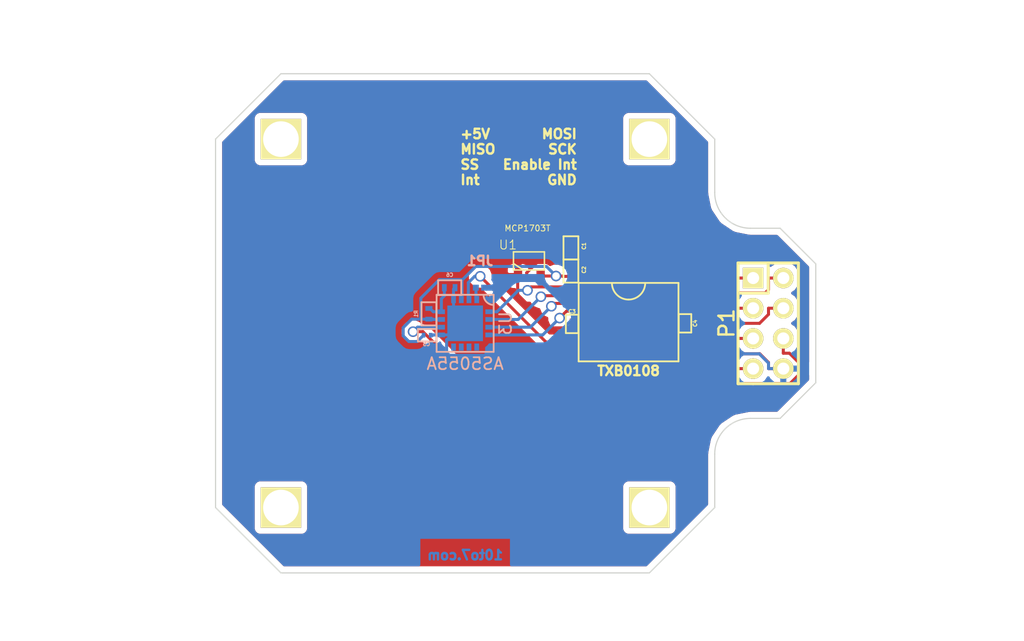
<source format=kicad_pcb>
(kicad_pcb (version 3) (host pcbnew "(2014-03-19 BZR 4756)-product")

  (general
    (links 39)
    (no_connects 0)
    (area 118.500001 80.15 209 135.700001)
    (thickness 1.6)
    (drawings 41)
    (tracks 180)
    (zones 0)
    (modules 16)
    (nets 18)
  )

  (page A4)
  (layers
    (15 F.Cu signal)
    (0 B.Cu signal)
    (16 B.Adhes user)
    (17 F.Adhes user)
    (18 B.Paste user)
    (19 F.Paste user)
    (20 B.SilkS user)
    (21 F.SilkS user)
    (22 B.Mask user)
    (23 F.Mask user)
    (24 Dwgs.User user)
    (25 Cmts.User user)
    (26 Eco1.User user)
    (27 Eco2.User user)
    (28 Edge.Cuts user)
  )

  (setup
    (last_trace_width 0.18)
    (trace_clearance 0.18)
    (zone_clearance 0.508)
    (zone_45_only no)
    (trace_min 0.18)
    (segment_width 0.2)
    (edge_width 0.1)
    (via_size 0.889)
    (via_drill 0.635)
    (via_min_size 0.5)
    (via_min_drill 0.4)
    (uvia_size 0.508)
    (uvia_drill 0.127)
    (uvias_allowed no)
    (uvia_min_size 0.508)
    (uvia_min_drill 0.127)
    (pcb_text_width 0.3)
    (pcb_text_size 1.5 1.5)
    (mod_edge_width 0.15)
    (mod_text_size 1 1)
    (mod_text_width 0.15)
    (pad_size 1.5 1.5)
    (pad_drill 0.6)
    (pad_to_mask_clearance 0)
    (aux_axis_origin 0 0)
    (grid_origin 182 115)
    (visible_elements FFFFFF7F)
    (pcbplotparams
      (layerselection 284196865)
      (usegerberextensions true)
      (excludeedgelayer true)
      (linewidth 0.150000)
      (plotframeref false)
      (viasonmask false)
      (mode 1)
      (useauxorigin false)
      (hpglpennumber 1)
      (hpglpenspeed 20)
      (hpglpendiameter 15)
      (hpglpenoverlay 2)
      (psnegative false)
      (psa4output false)
      (plotreference true)
      (plotvalue true)
      (plotothertext true)
      (plotinvisibletext false)
      (padsonsilk false)
      (subtractmaskfromsilk false)
      (outputformat 1)
      (mirror false)
      (drillshape 0)
      (scaleselection 1)
      (outputdirectory Gerber))
  )

  (net 0 "")
  (net 1 +5V)
  (net 2 GND)
  (net 3 +3.3V)
  (net 4 "Net-(C6-Pad1)")
  (net 5 "Net-(JP1-Pad2)")
  (net 6 /AS5055A/MOSI)
  (net 7 /AS5055A/MISO)
  (net 8 /AS5055A/SCK)
  (net 9 /AS5055A/SS)
  (net 10 /AS5055A/Enable_Interrupt)
  (net 11 /AS5055A/Interrupt)
  (net 12 /AS5055A/MOSI_A)
  (net 13 /AS5055A/MISO_A)
  (net 14 /AS5055A/SCK_A)
  (net 15 /AS5055A/SS_A)
  (net 16 /AS5055A/En_INT_A)
  (net 17 /AS5055A/INT_A)

  (net_class Default "This is the default net class."
    (clearance 0.18)
    (trace_width 0.18)
    (via_dia 0.889)
    (via_drill 0.635)
    (uvia_dia 0.508)
    (uvia_drill 0.127)
    (add_net +3.3V)
    (add_net +5V)
    (add_net /AS5055A/En_INT_A)
    (add_net /AS5055A/Enable_Interrupt)
    (add_net /AS5055A/INT_A)
    (add_net /AS5055A/Interrupt)
    (add_net /AS5055A/MISO)
    (add_net /AS5055A/MISO_A)
    (add_net /AS5055A/MOSI)
    (add_net /AS5055A/MOSI_A)
    (add_net /AS5055A/SCK)
    (add_net /AS5055A/SCK_A)
    (add_net /AS5055A/SS)
    (add_net /AS5055A/SS_A)
    (add_net GND)
    (add_net "Net-(C6-Pad1)")
    (add_net "Net-(JP1-Pad2)")
  )

  (module QFN_16+1 placed (layer B.Cu) (tedit 53A59098) (tstamp 53A588CB)
    (at 158 107 180)
    (path /53A583F1/53874ACB)
    (fp_text reference U3 (at -3.4 0 270) (layer B.SilkS)
      (effects (font (size 1 1) (thickness 0.15)) (justify mirror))
    )
    (fp_text value AS5055A (at 0 -3.4 180) (layer B.SilkS)
      (effects (font (size 1 1) (thickness 0.15)) (justify mirror))
    )
    (fp_arc (start -2.4 2.4) (end -1.55 2.4) (angle -90) (layer B.SilkS) (width 0.15))
    (fp_line (start -2.4 -2.4) (end -2.4 2.4) (layer B.SilkS) (width 0.15))
    (fp_line (start -2.4 2.4) (end 2.4 2.4) (layer B.SilkS) (width 0.15))
    (fp_line (start -2.4 -2.4) (end 2.4 -2.4) (layer B.SilkS) (width 0.15))
    (fp_line (start 2.4 -2.4) (end 2.4 2.4) (layer B.SilkS) (width 0.15))
    (pad 12 smd rect (at 2 0.975 180) (size 0.6 0.4) (layers B.Cu B.Paste B.Mask)
      (net 4 "Net-(C6-Pad1)"))
    (pad 11 smd rect (at 2 0.325 180) (size 0.6 0.4) (layers B.Cu B.Paste B.Mask)
      (net 3 +3.3V))
    (pad 10 smd rect (at 2 -0.325 180) (size 0.6 0.4) (layers B.Cu B.Paste B.Mask)
      (net 16 /AS5055A/En_INT_A))
    (pad 9 smd rect (at 2 -0.975 180) (size 0.6 0.4) (layers B.Cu B.Paste B.Mask)
      (net 2 GND))
    (pad 8 smd rect (at 0.975 -2 180) (size 0.4 0.6) (layers B.Cu B.Paste B.Mask))
    (pad 7 smd rect (at 0.325 -2 180) (size 0.4 0.6) (layers B.Cu B.Paste B.Mask))
    (pad 6 smd rect (at -0.325 -2 180) (size 0.4 0.6) (layers B.Cu B.Paste B.Mask))
    (pad 5 smd rect (at -0.975 -2 180) (size 0.4 0.6) (layers B.Cu B.Paste B.Mask))
    (pad 4 smd rect (at -2 -0.975 180) (size 0.6 0.4) (layers B.Cu B.Paste B.Mask)
      (net 15 /AS5055A/SS_A))
    (pad 3 smd rect (at -2 -0.325 180) (size 0.6 0.4) (layers B.Cu B.Paste B.Mask)
      (net 14 /AS5055A/SCK_A))
    (pad 2 smd rect (at -2 0.325 180) (size 0.6 0.4) (layers B.Cu B.Paste B.Mask)
      (net 13 /AS5055A/MISO_A))
    (pad 1 smd rect (at -2 0.975 180) (size 0.6 0.4) (layers B.Cu B.Paste B.Mask)
      (net 12 /AS5055A/MOSI_A))
    (pad 16 smd rect (at -0.975 2 180) (size 0.4 0.6) (layers B.Cu B.Paste B.Mask)
      (net 5 "Net-(JP1-Pad2)"))
    (pad 15 smd rect (at -0.325 2 180) (size 0.4 0.6) (layers B.Cu B.Paste B.Mask)
      (net 17 /AS5055A/INT_A))
    (pad 14 smd rect (at 0.325 2 180) (size 0.4 0.6) (layers B.Cu B.Paste B.Mask)
      (net 3 +3.3V))
    (pad 13 smd rect (at 0.975 2 180) (size 0.4 0.6) (layers B.Cu B.Paste B.Mask)
      (net 2 GND))
    (pad 17 smd rect (at 0 0 180) (size 3 3) (layers B.Cu B.Paste B.Mask)
      (net 2 GND))
  )

  (module 10to7_sm_standard:SM0402 (layer F.Cu) (tedit 53A5BCA2) (tstamp 53A5882D)
    (at 166.9 100.65 270)
    (path /53A587A0)
    (attr smd)
    (fp_text reference C1 (at -0.15 -1.1 270) (layer F.SilkS)
      (effects (font (size 0.3048 0.3048) (thickness 0.0762)))
    )
    (fp_text value 1uF (at 0 -0.9 270) (layer F.SilkS) hide
      (effects (font (size 0.3048 0.3048) (thickness 0.0762)))
    )
    (fp_line (start -0.975 0.625) (end 0.975 0.625) (layer F.SilkS) (width 0.15))
    (fp_line (start 0.975 0.625) (end 0.975 -0.625) (layer F.SilkS) (width 0.15))
    (fp_line (start 0.975 -0.625) (end -0.975 -0.625) (layer F.SilkS) (width 0.15))
    (fp_line (start -0.975 -0.625) (end -0.975 0.625) (layer F.SilkS) (width 0.15))
    (pad 1 smd rect (at -0.44958 0 270) (size 0.39878 0.59944) (layers F.Cu F.Paste F.Mask)
      (net 1 +5V))
    (pad 2 smd rect (at 0.44958 0 270) (size 0.39878 0.59944) (layers F.Cu F.Paste F.Mask)
      (net 2 GND))
    (model smd\chip_cms.wrl
      (at (xyz 0 0 0.002))
      (scale (xyz 0.05 0.05 0.05))
      (rotate (xyz 0 0 0))
    )
  )

  (module 10to7_sm_standard:SM0402 (layer F.Cu) (tedit 53A5BC9A) (tstamp 53A58837)
    (at 166.9 102.6 90)
    (path /53A587E1)
    (attr smd)
    (fp_text reference C2 (at 0.1 1.1 90) (layer F.SilkS)
      (effects (font (size 0.3048 0.3048) (thickness 0.0762)))
    )
    (fp_text value 1uF (at 0 -0.9 90) (layer F.SilkS) hide
      (effects (font (size 0.3048 0.3048) (thickness 0.0762)))
    )
    (fp_line (start -0.975 0.625) (end 0.975 0.625) (layer F.SilkS) (width 0.15))
    (fp_line (start 0.975 0.625) (end 0.975 -0.625) (layer F.SilkS) (width 0.15))
    (fp_line (start 0.975 -0.625) (end -0.975 -0.625) (layer F.SilkS) (width 0.15))
    (fp_line (start -0.975 -0.625) (end -0.975 0.625) (layer F.SilkS) (width 0.15))
    (pad 1 smd rect (at -0.44958 0 90) (size 0.39878 0.59944) (layers F.Cu F.Paste F.Mask)
      (net 3 +3.3V))
    (pad 2 smd rect (at 0.44958 0 90) (size 0.39878 0.59944) (layers F.Cu F.Paste F.Mask)
      (net 2 GND))
    (model smd\chip_cms.wrl
      (at (xyz 0 0 0.002))
      (scale (xyz 0.05 0.05 0.05))
      (rotate (xyz 0 0 0))
    )
  )

  (module 10to7_sm_standard:SM0201 (layer F.Cu) (tedit 53A5BCDA) (tstamp 53A58841)
    (at 167 107.05 270)
    (path /53A583F1/53874BE5)
    (attr smd)
    (fp_text reference C3 (at -1.05 0 540) (layer F.SilkS)
      (effects (font (size 0.3048 0.3048) (thickness 0.0762)))
    )
    (fp_text value 100nF (at 0 -0.775 270) (layer F.SilkS) hide
      (effects (font (size 0.3048 0.3048) (thickness 0.0762)))
    )
    (fp_line (start 0.775 0.525) (end 0.775 -0.525) (layer F.SilkS) (width 0.15))
    (fp_line (start 0.775 -0.525) (end -0.775 -0.525) (layer F.SilkS) (width 0.15))
    (fp_line (start -0.775 -0.525) (end -0.775 0.525) (layer F.SilkS) (width 0.15))
    (fp_line (start 0.775 0.525) (end -0.775 0.525) (layer F.SilkS) (width 0.15))
    (pad 1 smd rect (at -0.29972 0 270) (size 0.29972 0.39878) (layers F.Cu F.Paste F.Mask)
      (net 3 +3.3V))
    (pad 2 smd rect (at 0.29972 0 270) (size 0.29972 0.39878) (layers F.Cu F.Paste F.Mask)
      (net 2 GND))
    (model smd\chip_cms.wrl
      (at (xyz 0 0 0.002))
      (scale (xyz 0.05 0.05 0.05))
      (rotate (xyz 0 0 0))
    )
  )

  (module 10to7_sm_standard:SM0201 (layer F.Cu) (tedit 5380CE44) (tstamp 53A5884B)
    (at 176.5 107 90)
    (path /53A583F1/53874BD1)
    (attr smd)
    (fp_text reference C4 (at 0 0.85 90) (layer F.SilkS)
      (effects (font (size 0.3048 0.3048) (thickness 0.0762)))
    )
    (fp_text value 100nF (at 0 -0.775 90) (layer F.SilkS) hide
      (effects (font (size 0.3048 0.3048) (thickness 0.0762)))
    )
    (fp_line (start 0.775 0.525) (end 0.775 -0.525) (layer F.SilkS) (width 0.15))
    (fp_line (start 0.775 -0.525) (end -0.775 -0.525) (layer F.SilkS) (width 0.15))
    (fp_line (start -0.775 -0.525) (end -0.775 0.525) (layer F.SilkS) (width 0.15))
    (fp_line (start 0.775 0.525) (end -0.775 0.525) (layer F.SilkS) (width 0.15))
    (pad 1 smd rect (at -0.29972 0 90) (size 0.29972 0.39878) (layers F.Cu F.Paste F.Mask)
      (net 2 GND))
    (pad 2 smd rect (at 0.29972 0 90) (size 0.29972 0.39878) (layers F.Cu F.Paste F.Mask)
      (net 1 +5V))
    (model smd\chip_cms.wrl
      (at (xyz 0 0 0.002))
      (scale (xyz 0.05 0.05 0.05))
      (rotate (xyz 0 0 0))
    )
  )

  (module 10to7_sm_standard:SM0201 (layer B.Cu) (tedit 53A5BCB9) (tstamp 53A58855)
    (at 154.8 108)
    (path /53A583F1/53874FD4)
    (attr smd)
    (fp_text reference C5 (at -0.05 0.75 180) (layer B.SilkS)
      (effects (font (size 0.3048 0.3048) (thickness 0.0762)) (justify mirror))
    )
    (fp_text value 100nF (at 0 0.775) (layer B.SilkS) hide
      (effects (font (size 0.3048 0.3048) (thickness 0.0762)) (justify mirror))
    )
    (fp_line (start 0.775 -0.525) (end 0.775 0.525) (layer B.SilkS) (width 0.15))
    (fp_line (start 0.775 0.525) (end -0.775 0.525) (layer B.SilkS) (width 0.15))
    (fp_line (start -0.775 0.525) (end -0.775 -0.525) (layer B.SilkS) (width 0.15))
    (fp_line (start 0.775 -0.525) (end -0.775 -0.525) (layer B.SilkS) (width 0.15))
    (pad 1 smd rect (at -0.29972 0) (size 0.29972 0.39878) (layers B.Cu B.Paste B.Mask)
      (net 3 +3.3V))
    (pad 2 smd rect (at 0.29972 0) (size 0.29972 0.39878) (layers B.Cu B.Paste B.Mask)
      (net 2 GND))
    (model smd\chip_cms.wrl
      (at (xyz 0 0 0.002))
      (scale (xyz 0.05 0.05 0.05))
      (rotate (xyz 0 0 0))
    )
  )

  (module 10to7_sm_standard:SM0402 (layer B.Cu) (tedit 5380CFF6) (tstamp 53A5885F)
    (at 156.7 104)
    (path /53A583F1/53874F06)
    (attr smd)
    (fp_text reference C6 (at 0 -1.075) (layer B.SilkS)
      (effects (font (size 0.3048 0.3048) (thickness 0.0762)) (justify mirror))
    )
    (fp_text value 4u7 (at 0 0.9) (layer B.SilkS) hide
      (effects (font (size 0.3048 0.3048) (thickness 0.0762)) (justify mirror))
    )
    (fp_line (start -0.975 -0.625) (end 0.975 -0.625) (layer B.SilkS) (width 0.15))
    (fp_line (start 0.975 -0.625) (end 0.975 0.625) (layer B.SilkS) (width 0.15))
    (fp_line (start 0.975 0.625) (end -0.975 0.625) (layer B.SilkS) (width 0.15))
    (fp_line (start -0.975 0.625) (end -0.975 -0.625) (layer B.SilkS) (width 0.15))
    (pad 1 smd rect (at -0.44958 0) (size 0.39878 0.59944) (layers B.Cu B.Paste B.Mask)
      (net 4 "Net-(C6-Pad1)"))
    (pad 2 smd rect (at 0.44958 0) (size 0.39878 0.59944) (layers B.Cu B.Paste B.Mask)
      (net 2 GND))
    (model smd\chip_cms.wrl
      (at (xyz 0 0 0.002))
      (scale (xyz 0.05 0.05 0.05))
      (rotate (xyz 0 0 0))
    )
  )

  (module 10to7_connectors:Jumper-smd (layer B.Cu) (tedit 53A5BD01) (tstamp 53A58865)
    (at 159.25 104 180)
    (descr "1 pin")
    (tags "CONN DEV")
    (path /53A583F1/5387C86C)
    (fp_text reference JP1 (at 0 2.25 180) (layer B.SilkS)
      (effects (font (size 0.8 0.8) (thickness 0.2)) (justify mirror))
    )
    (fp_text value JUMPER (at 0 0 180) (layer B.SilkS) hide
      (effects (font (size 1.27 1.27) (thickness 0.2032)) (justify mirror))
    )
    (pad 1 smd rect (at -0.35 0 180) (size 0.5 0.5) (layers B.Cu B.Paste B.Mask)
      (net 2 GND))
    (pad 2 smd trapezoid (at 0.35 0 180) (size 0.5 0.5) (layers B.Cu B.Paste B.Mask)
      (net 5 "Net-(JP1-Pad2)"))
    (model Pin_Headers/Pin_Header_Straight_1x02.wrl
      (at (xyz 0 0 0))
      (scale (xyz 1 1 1))
      (rotate (xyz 0 0 0))
    )
  )

  (module Pin_Headers:Pin_Header_Straight_2x04 (layer F.Cu) (tedit 53A5BC7B) (tstamp 53A58879)
    (at 183.5 107 270)
    (descr "1 pin")
    (tags "CONN DEV")
    (path /53A58876)
    (fp_text reference P1 (at 0 3.5 270) (layer F.SilkS)
      (effects (font (size 1.27 1.27) (thickness 0.2032)))
    )
    (fp_text value CONN_8 (at 0 0 270) (layer F.SilkS) hide
      (effects (font (size 1.27 1.27) (thickness 0.2032)))
    )
    (fp_line (start -2.54 2.54) (end 5.08 2.54) (layer F.SilkS) (width 0.254))
    (fp_line (start 5.08 2.54) (end 5.08 -2.54) (layer F.SilkS) (width 0.254))
    (fp_line (start 5.08 -2.54) (end -5.08 -2.54) (layer F.SilkS) (width 0.254))
    (fp_line (start -5.08 -2.54) (end -5.08 0) (layer F.SilkS) (width 0.254))
    (fp_line (start -5.08 2.54) (end -2.54 2.54) (layer F.SilkS) (width 0.254))
    (fp_line (start -5.08 0) (end -2.54 0) (layer F.SilkS) (width 0.254))
    (fp_line (start -2.54 0) (end -2.54 2.54) (layer F.SilkS) (width 0.254))
    (fp_line (start -5.08 2.54) (end -5.08 0) (layer F.SilkS) (width 0.254))
    (pad 1 thru_hole rect (at -3.81 1.27 270) (size 1.7272 1.7272) (drill 1.016) (layers *.Cu *.Mask F.SilkS)
      (net 1 +5V))
    (pad 2 thru_hole oval (at -3.81 -1.27 270) (size 1.7272 1.7272) (drill 1.016) (layers *.Cu *.Mask F.SilkS)
      (net 6 /AS5055A/MOSI))
    (pad 3 thru_hole oval (at -1.27 1.27 270) (size 1.7272 1.7272) (drill 1.016) (layers *.Cu *.Mask F.SilkS)
      (net 7 /AS5055A/MISO))
    (pad 4 thru_hole oval (at -1.27 -1.27 270) (size 1.7272 1.7272) (drill 1.016) (layers *.Cu *.Mask F.SilkS)
      (net 8 /AS5055A/SCK))
    (pad 5 thru_hole oval (at 1.27 1.27 270) (size 1.7272 1.7272) (drill 1.016) (layers *.Cu *.Mask F.SilkS)
      (net 9 /AS5055A/SS))
    (pad 6 thru_hole oval (at 1.27 -1.27 270) (size 1.7272 1.7272) (drill 1.016) (layers *.Cu *.Mask F.SilkS)
      (net 10 /AS5055A/Enable_Interrupt))
    (pad 7 thru_hole oval (at 3.81 1.27 270) (size 1.7272 1.7272) (drill 1.016) (layers *.Cu *.Mask F.SilkS)
      (net 11 /AS5055A/Interrupt))
    (pad 8 thru_hole oval (at 3.81 -1.27 270) (size 1.7272 1.7272) (drill 1.016) (layers *.Cu *.Mask F.SilkS)
      (net 2 GND))
    (model Pin_Headers/Pin_Header_Straight_2x04.wrl
      (at (xyz 0 0 0))
      (scale (xyz 1 1 1))
      (rotate (xyz 0 0 0))
    )
  )

  (module 10to7_sm_standard:SM0402 (layer B.Cu) (tedit 5380CFF6) (tstamp 53A58883)
    (at 154.95 106.2 90)
    (path /53A583F1/53874F1A)
    (attr smd)
    (fp_text reference R1 (at 0 -1.075 90) (layer B.SilkS)
      (effects (font (size 0.3048 0.3048) (thickness 0.0762)) (justify mirror))
    )
    (fp_text value 15 (at 0 0.9 90) (layer B.SilkS) hide
      (effects (font (size 0.3048 0.3048) (thickness 0.0762)) (justify mirror))
    )
    (fp_line (start -0.975 -0.625) (end 0.975 -0.625) (layer B.SilkS) (width 0.15))
    (fp_line (start 0.975 -0.625) (end 0.975 0.625) (layer B.SilkS) (width 0.15))
    (fp_line (start 0.975 0.625) (end -0.975 0.625) (layer B.SilkS) (width 0.15))
    (fp_line (start -0.975 0.625) (end -0.975 -0.625) (layer B.SilkS) (width 0.15))
    (pad 1 smd rect (at -0.44958 0 90) (size 0.39878 0.59944) (layers B.Cu B.Paste B.Mask)
      (net 3 +3.3V))
    (pad 2 smd rect (at 0.44958 0 90) (size 0.39878 0.59944) (layers B.Cu B.Paste B.Mask)
      (net 4 "Net-(C6-Pad1)"))
    (model smd\chip_cms.wrl
      (at (xyz 0 0 0.002))
      (scale (xyz 0.05 0.05 0.05))
      (rotate (xyz 0 0 0))
    )
  )

  (module 10to7_sm_standard:SOT23 (layer F.Cu) (tedit 53A5BC8E) (tstamp 53A5888F)
    (at 163.4 101.75)
    (tags SOT23)
    (path /53A585DE)
    (fp_text reference U1 (at -1.8 -1.35 180) (layer F.SilkS)
      (effects (font (size 0.762 0.762) (thickness 0.0762)))
    )
    (fp_text value MCP1703T (at -0.15 -2.75) (layer F.SilkS)
      (effects (font (size 0.50038 0.50038) (thickness 0.0762)))
    )
    (fp_line (start -0.508 0.762) (end -1.27 0.254) (layer F.SilkS) (width 0.127))
    (fp_line (start 1.27 0.762) (end -1.3335 0.762) (layer F.SilkS) (width 0.127))
    (fp_line (start -1.3335 0.762) (end -1.3335 -0.762) (layer F.SilkS) (width 0.127))
    (fp_line (start -1.3335 -0.762) (end 1.27 -0.762) (layer F.SilkS) (width 0.127))
    (fp_line (start 1.27 -0.762) (end 1.27 0.762) (layer F.SilkS) (width 0.127))
    (pad 3 smd rect (at 0 -1.27) (size 0.70104 1.00076) (layers F.Cu F.Paste F.Mask)
      (net 1 +5V))
    (pad 2 smd rect (at 0.9525 1.27) (size 0.70104 1.00076) (layers F.Cu F.Paste F.Mask)
      (net 3 +3.3V))
    (pad 1 smd rect (at -0.9525 1.27) (size 0.70104 1.00076) (layers F.Cu F.Paste F.Mask)
      (net 2 GND))
    (model smd/SOT23_6.wrl
      (at (xyz 0 0 0))
      (scale (xyz 0.11 0.11 0.11))
      (rotate (xyz 0 0 -180))
    )
  )

  (module 10to7_sm_standard:TSSOP-20 placed (layer F.Cu) (tedit 53A5BCE9) (tstamp 53A588AD)
    (at 171.75 105)
    (path /53A583F1/53874627)
    (fp_text reference U2 (at -0.44958 -3.02514) (layer F.SilkS) hide
      (effects (font (thickness 0.3048)))
    )
    (fp_text value TXB0108 (at 0 6) (layer F.SilkS)
      (effects (font (size 0.8001 0.8001) (thickness 0.20066)))
    )
    (fp_arc (start 0 -1.4) (end 1.4 -1.4) (angle 90) (layer F.SilkS) (width 0.15))
    (fp_arc (start 0 -1.4) (end 0 0) (angle 90) (layer F.SilkS) (width 0.15))
    (fp_line (start -4.2 -1.4) (end 4.2 -1.4) (layer F.SilkS) (width 0.15))
    (fp_line (start 4.2 -1.4) (end 4.2 5.2) (layer F.SilkS) (width 0.15))
    (fp_line (start 4.2 5.2) (end -4.2 5.2) (layer F.SilkS) (width 0.15))
    (fp_line (start -4.2 5.2) (end -4.2 -1.4) (layer F.SilkS) (width 0.15))
    (pad 11 smd trapezoid (at 3.0988 4.8) (size 1.6 0.3) (layers F.Cu F.Paste F.Mask))
    (pad 12 smd trapezoid (at 3.0988 4.225) (size 1.6 0.3) (layers F.Cu F.Paste F.Mask))
    (pad 13 smd trapezoid (at 3.0988 3.575) (size 1.6 0.3) (layers F.Cu F.Paste F.Mask)
      (net 11 /AS5055A/Interrupt))
    (pad 14 smd trapezoid (at 3.0988 2.925) (size 1.6 0.3) (layers F.Cu F.Paste F.Mask)
      (net 10 /AS5055A/Enable_Interrupt))
    (pad 15 smd trapezoid (at 3.0988 2.275) (size 1.6 0.3) (layers F.Cu F.Paste F.Mask)
      (net 2 GND))
    (pad 16 smd trapezoid (at 3.0988 1.625) (size 1.6 0.3) (layers F.Cu F.Paste F.Mask)
      (net 1 +5V))
    (pad 1 smd trapezoid (at -3.0988 -0.97536) (size 1.6 0.3) (layers F.Cu F.Paste F.Mask)
      (net 12 /AS5055A/MOSI_A))
    (pad 2 smd trapezoid (at -3.0988 -0.32512) (size 1.6 0.3) (layers F.Cu F.Paste F.Mask)
      (net 13 /AS5055A/MISO_A))
    (pad 3 smd trapezoid (at -3.0988 0.32512) (size 1.6 0.3) (layers F.Cu F.Paste F.Mask)
      (net 14 /AS5055A/SCK_A))
    (pad 4 smd trapezoid (at -3.0988 0.97536) (size 1.6 0.3) (layers F.Cu F.Paste F.Mask)
      (net 15 /AS5055A/SS_A))
    (pad 17 smd trapezoid (at 3.0988 0.97536) (size 1.6 0.3) (layers F.Cu F.Paste F.Mask)
      (net 9 /AS5055A/SS))
    (pad 18 smd trapezoid (at 3.0988 0.32512) (size 1.6 0.3) (layers F.Cu F.Paste F.Mask)
      (net 8 /AS5055A/SCK))
    (pad 19 smd trapezoid (at 3.0988 -0.32512) (size 1.6 0.3) (layers F.Cu F.Paste F.Mask)
      (net 7 /AS5055A/MISO))
    (pad 20 smd trapezoid (at 3.0988 -0.97536) (size 1.6 0.3) (layers F.Cu F.Paste F.Mask)
      (net 6 /AS5055A/MOSI))
    (pad 5 smd trapezoid (at -3.0988 1.625) (size 1.6 0.3) (layers F.Cu F.Paste F.Mask)
      (net 3 +3.3V))
    (pad 6 smd trapezoid (at -3.0988 2.275) (size 1.6 0.3) (layers F.Cu F.Paste F.Mask)
      (net 3 +3.3V))
    (pad 7 smd trapezoid (at -3.0988 2.925) (size 1.6 0.3) (layers F.Cu F.Paste F.Mask)
      (net 16 /AS5055A/En_INT_A))
    (pad 8 smd trapezoid (at -3.0988 3.575) (size 1.6 0.3) (layers F.Cu F.Paste F.Mask)
      (net 17 /AS5055A/INT_A))
    (pad 9 smd trapezoid (at -3.0988 4.225) (size 1.6 0.3) (layers F.Cu F.Paste F.Mask))
    (pad 10 smd trapezoid (at -3.0988 4.875) (size 1.6 0.3) (layers F.Cu F.Paste F.Mask))
  )

  (module 10to7_sm_standard:3mmHole (layer F.Cu) (tedit 520F49C7) (tstamp 53A5AE7B)
    (at 142.5 91.5)
    (fp_text reference 3mmHole (at 0.7493 3.79984) (layer F.SilkS) hide
      (effects (font (thickness 0.3048)))
    )
    (fp_text value VAL** (at 0.20066 -2.49936) (layer F.SilkS) hide
      (effects (font (thickness 0.3048)))
    )
    (pad 1 thru_hole rect (at 0 0) (size 3.40106 3.40106) (drill 2.99974) (layers *.Cu *.Mask F.SilkS))
  )

  (module 10to7_sm_standard:3mmHole (layer F.Cu) (tedit 520F49C7) (tstamp 53A5AE84)
    (at 173.5 91.5)
    (fp_text reference 3mmHole (at 0.7493 3.79984) (layer F.SilkS) hide
      (effects (font (thickness 0.3048)))
    )
    (fp_text value VAL** (at 0.20066 -2.49936) (layer F.SilkS) hide
      (effects (font (thickness 0.3048)))
    )
    (pad 1 thru_hole rect (at 0 0) (size 3.40106 3.40106) (drill 2.99974) (layers *.Cu *.Mask F.SilkS))
  )

  (module 10to7_sm_standard:3mmHole (layer F.Cu) (tedit 520F49C7) (tstamp 53A5AE8D)
    (at 173.5 122.5)
    (fp_text reference 3mmHole (at 0.7493 3.79984) (layer F.SilkS) hide
      (effects (font (thickness 0.3048)))
    )
    (fp_text value VAL** (at 0.20066 -2.49936) (layer F.SilkS) hide
      (effects (font (thickness 0.3048)))
    )
    (pad 1 thru_hole rect (at 0 0) (size 3.40106 3.40106) (drill 2.99974) (layers *.Cu *.Mask F.SilkS))
  )

  (module 10to7_sm_standard:3mmHole (layer F.Cu) (tedit 520F49C7) (tstamp 53A5AE96)
    (at 142.5 122.5)
    (fp_text reference 3mmHole (at 0.7493 3.79984) (layer F.SilkS) hide
      (effects (font (thickness 0.3048)))
    )
    (fp_text value VAL** (at 0.20066 -2.49936) (layer F.SilkS) hide
      (effects (font (thickness 0.3048)))
    )
    (pad 1 thru_hole rect (at 0 0) (size 3.40106 3.40106) (drill 2.99974) (layers *.Cu *.Mask F.SilkS))
  )

  (dimension 16 (width 0.3) (layer Dwgs.User)
    (gr_text "16.000 mm" (at 202.35 107 270) (layer Dwgs.User)
      (effects (font (size 1.5 1.5) (thickness 0.3)))
    )
    (feature1 (pts (xy 184.5 115) (xy 203.7 115)))
    (feature2 (pts (xy 184.5 99) (xy 203.7 99)))
    (crossbar (pts (xy 201 99) (xy 201 115)))
    (arrow1a (pts (xy 201 115) (xy 200.413579 113.873496)))
    (arrow1b (pts (xy 201 115) (xy 201.586421 113.873496)))
    (arrow2a (pts (xy 201 99) (xy 200.413579 100.126504)))
    (arrow2b (pts (xy 201 99) (xy 201.586421 100.126504)))
  )
  (dimension 3.25 (width 0.3) (layer Dwgs.User)
    (gr_text "3.250 mm" (at 180.625 81.9) (layer Dwgs.User)
      (effects (font (size 1.5 1.5) (thickness 0.3)))
    )
    (feature1 (pts (xy 182.25 107) (xy 182.25 80.55)))
    (feature2 (pts (xy 179 107) (xy 179 80.55)))
    (crossbar (pts (xy 179 83.25) (xy 182.25 83.25)))
    (arrow1a (pts (xy 182.25 83.25) (xy 181.123496 83.836421)))
    (arrow1b (pts (xy 182.25 83.25) (xy 181.123496 82.663579)))
    (arrow2a (pts (xy 179 83.25) (xy 180.126504 83.836421)))
    (arrow2b (pts (xy 179 83.25) (xy 180.126504 82.663579)))
  )
  (dimension 8.5 (width 0.3) (layer Dwgs.User)
    (gr_text "8.500 mm" (at 183.25 132.85) (layer Dwgs.User)
      (effects (font (size 1.5 1.5) (thickness 0.3)))
    )
    (feature1 (pts (xy 187.5 107) (xy 187.5 134.2)))
    (feature2 (pts (xy 179 107) (xy 179 134.2)))
    (crossbar (pts (xy 179 131.5) (xy 187.5 131.5)))
    (arrow1a (pts (xy 187.5 131.5) (xy 186.373496 132.086421)))
    (arrow1b (pts (xy 187.5 131.5) (xy 186.373496 130.913579)))
    (arrow2a (pts (xy 179 131.5) (xy 180.126504 132.086421)))
    (arrow2b (pts (xy 179 131.5) (xy 180.126504 130.913579)))
  )
  (gr_text 10to7.com (at 158 126.5) (layer B.Cu)
    (effects (font (size 0.8 0.8) (thickness 0.2)) (justify mirror))
  )
  (gr_text 10to7.com (at 158 126.5) (layer B.Mask)
    (effects (font (size 0.8 0.8) (thickness 0.2)) (justify mirror))
  )
  (gr_text "MOSI\nSCK\nEnable Int\nGND" (at 167.5 93) (layer F.SilkS)
    (effects (font (size 0.8 0.8) (thickness 0.2)) (justify right))
  )
  (gr_text "+5V\nMISO\nSS\nInt" (at 157.5 93) (layer F.SilkS)
    (effects (font (size 0.8 0.8) (thickness 0.2)) (justify left))
  )
  (gr_line (start 179 96) (end 179 91.5) (angle 90) (layer Edge.Cuts) (width 0.1))
  (gr_arc (start 182 96) (end 182 99) (angle 90) (layer Edge.Cuts) (width 0.1))
  (gr_line (start 184.5 99) (end 182 99) (angle 90) (layer Edge.Cuts) (width 0.1))
  (gr_line (start 187.5 102) (end 184.5 99) (angle 90) (layer Edge.Cuts) (width 0.1))
  (gr_line (start 179 122.5) (end 179 118) (angle 90) (layer Edge.Cuts) (width 0.1))
  (gr_line (start 182 115) (end 184.5 115) (angle 90) (layer Edge.Cuts) (width 0.1))
  (gr_arc (start 182 118) (end 179 118) (angle 90) (layer Edge.Cuts) (width 0.1))
  (gr_line (start 187.5 112) (end 184.5 115) (angle 90) (layer Edge.Cuts) (width 0.1))
  (gr_line (start 187.5 112) (end 187.5 102) (angle 90) (layer Edge.Cuts) (width 0.1))
  (gr_line (start 173.5 86) (end 179 91.5) (angle 90) (layer Edge.Cuts) (width 0.1))
  (gr_line (start 142.5 86) (end 173.5 86) (angle 90) (layer Edge.Cuts) (width 0.1))
  (gr_line (start 137 91.5) (end 142.5 86) (angle 90) (layer Edge.Cuts) (width 0.1))
  (gr_line (start 137 122.5) (end 137 91.5) (angle 90) (layer Edge.Cuts) (width 0.1))
  (gr_line (start 142.5 128) (end 137 122.5) (angle 90) (layer Edge.Cuts) (width 0.1))
  (gr_line (start 173.5 128) (end 142.5 128) (angle 90) (layer Edge.Cuts) (width 0.1))
  (gr_line (start 173.5 128) (end 179 122.5) (angle 90) (layer Edge.Cuts) (width 0.1))
  (dimension 21 (width 0.3) (layer Dwgs.User)
    (gr_text "21.000 mm" (at 131.15 117.5 270) (layer Dwgs.User)
      (effects (font (size 1.5 1.5) (thickness 0.3)))
    )
    (feature1 (pts (xy 158 128) (xy 129.8 128)))
    (feature2 (pts (xy 158 107) (xy 129.8 107)))
    (crossbar (pts (xy 132.5 107) (xy 132.5 128)))
    (arrow1a (pts (xy 132.5 128) (xy 131.913579 126.873496)))
    (arrow1b (pts (xy 132.5 128) (xy 133.086421 126.873496)))
    (arrow2a (pts (xy 132.5 107) (xy 131.913579 108.126504)))
    (arrow2b (pts (xy 132.5 107) (xy 133.086421 108.126504)))
  )
  (dimension 21 (width 0.3) (layer Dwgs.User)
    (gr_text "21.000 mm" (at 191.35 117.5 270) (layer Dwgs.User)
      (effects (font (size 1.5 1.5) (thickness 0.3)))
    )
    (feature1 (pts (xy 158 128) (xy 192.7 128)))
    (feature2 (pts (xy 158 107) (xy 192.7 107)))
    (crossbar (pts (xy 190 107) (xy 190 128)))
    (arrow1a (pts (xy 190 128) (xy 189.413579 126.873496)))
    (arrow1b (pts (xy 190 128) (xy 190.586421 126.873496)))
    (arrow2a (pts (xy 190 107) (xy 189.413579 108.126504)))
    (arrow2b (pts (xy 190 107) (xy 190.586421 108.126504)))
  )
  (gr_circle (center 158 107) (end 153.4 107.2) (layer Dwgs.User) (width 0.2))
  (gr_circle (center 158 107) (end 162 107) (layer Dwgs.User) (width 0.2))
  (dimension 21 (width 0.3) (layer Dwgs.User)
    (gr_text "21.000 mm" (at 168.5 130.85) (layer Dwgs.User)
      (effects (font (size 1.5 1.5) (thickness 0.3)))
    )
    (feature1 (pts (xy 179 107) (xy 179 132.2)))
    (feature2 (pts (xy 158 107) (xy 158 132.2)))
    (crossbar (pts (xy 158 129.5) (xy 179 129.5)))
    (arrow1a (pts (xy 179 129.5) (xy 177.873496 130.086421)))
    (arrow1b (pts (xy 179 129.5) (xy 177.873496 128.913579)))
    (arrow2a (pts (xy 158 129.5) (xy 159.126504 130.086421)))
    (arrow2b (pts (xy 158 129.5) (xy 159.126504 128.913579)))
  )
  (dimension 21 (width 0.3) (layer Dwgs.User)
    (gr_text "21.000 mm" (at 147.5 130.85) (layer Dwgs.User)
      (effects (font (size 1.5 1.5) (thickness 0.3)))
    )
    (feature1 (pts (xy 137 107) (xy 137 132.2)))
    (feature2 (pts (xy 158 107) (xy 158 132.2)))
    (crossbar (pts (xy 158 129.5) (xy 137 129.5)))
    (arrow1a (pts (xy 137 129.5) (xy 138.126504 128.913579)))
    (arrow1b (pts (xy 137 129.5) (xy 138.126504 130.086421)))
    (arrow2a (pts (xy 158 129.5) (xy 156.873496 128.913579)))
    (arrow2b (pts (xy 158 129.5) (xy 156.873496 130.086421)))
  )
  (dimension 15.5 (width 0.3) (layer Dwgs.User)
    (gr_text "15.500 mm" (at 150.25 134.35) (layer Dwgs.User)
      (effects (font (size 1.5 1.5) (thickness 0.3)))
    )
    (feature1 (pts (xy 142.5 107) (xy 142.5 135.7)))
    (feature2 (pts (xy 158 107) (xy 158 135.7)))
    (crossbar (pts (xy 158 133) (xy 142.5 133)))
    (arrow1a (pts (xy 142.5 133) (xy 143.626504 132.413579)))
    (arrow1b (pts (xy 142.5 133) (xy 143.626504 133.586421)))
    (arrow2a (pts (xy 158 133) (xy 156.873496 132.413579)))
    (arrow2b (pts (xy 158 133) (xy 156.873496 133.586421)))
  )
  (dimension 15.5 (width 0.3) (layer Dwgs.User)
    (gr_text "15.500 mm" (at 165.75 134.35) (layer Dwgs.User)
      (effects (font (size 1.5 1.5) (thickness 0.3)))
    )
    (feature1 (pts (xy 173.5 107) (xy 173.5 135.7)))
    (feature2 (pts (xy 158 107) (xy 158 135.7)))
    (crossbar (pts (xy 158 133) (xy 173.5 133)))
    (arrow1a (pts (xy 173.5 133) (xy 172.373496 133.586421)))
    (arrow1b (pts (xy 173.5 133) (xy 172.373496 132.413579)))
    (arrow2a (pts (xy 158 133) (xy 159.126504 133.586421)))
    (arrow2b (pts (xy 158 133) (xy 159.126504 132.413579)))
  )
  (dimension 15.5 (width 0.3) (layer Dwgs.User)
    (gr_text "15.500 mm" (at 186.85 114.75 270) (layer Dwgs.User)
      (effects (font (size 1.5 1.5) (thickness 0.3)))
    )
    (feature1 (pts (xy 158 122.5) (xy 188.2 122.5)))
    (feature2 (pts (xy 158 107) (xy 188.2 107)))
    (crossbar (pts (xy 185.5 107) (xy 185.5 122.5)))
    (arrow1a (pts (xy 185.5 122.5) (xy 184.913579 121.373496)))
    (arrow1b (pts (xy 185.5 122.5) (xy 186.086421 121.373496)))
    (arrow2a (pts (xy 185.5 107) (xy 184.913579 108.126504)))
    (arrow2b (pts (xy 185.5 107) (xy 186.086421 108.126504)))
  )
  (dimension 15.5 (width 0.3) (layer Dwgs.User)
    (gr_text "15.500 mm" (at 125.15 114.75 270) (layer Dwgs.User)
      (effects (font (size 1.5 1.5) (thickness 0.3)))
    )
    (feature1 (pts (xy 158 122.5) (xy 123.8 122.5)))
    (feature2 (pts (xy 158 107) (xy 123.8 107)))
    (crossbar (pts (xy 126.5 107) (xy 126.5 122.5)))
    (arrow1a (pts (xy 126.5 122.5) (xy 125.913579 121.373496)))
    (arrow1b (pts (xy 126.5 122.5) (xy 127.086421 121.373496)))
    (arrow2a (pts (xy 126.5 107) (xy 125.913579 108.126504)))
    (arrow2b (pts (xy 126.5 107) (xy 127.086421 108.126504)))
  )
  (dimension 21 (width 0.3) (layer Dwgs.User)
    (gr_text "21.000 mm" (at 186.85 96.5 90) (layer Dwgs.User)
      (effects (font (size 1.5 1.5) (thickness 0.3)))
    )
    (feature1 (pts (xy 158 86) (xy 188.2 86)))
    (feature2 (pts (xy 158 107) (xy 188.2 107)))
    (crossbar (pts (xy 185.5 107) (xy 185.5 86)))
    (arrow1a (pts (xy 185.5 86) (xy 186.086421 87.126504)))
    (arrow1b (pts (xy 185.5 86) (xy 184.913579 87.126504)))
    (arrow2a (pts (xy 185.5 107) (xy 186.086421 105.873496)))
    (arrow2b (pts (xy 185.5 107) (xy 184.913579 105.873496)))
  )
  (dimension 15.5 (width 0.3) (layer Dwgs.User)
    (gr_text "15.500 mm" (at 125.15 99.25 90) (layer Dwgs.User)
      (effects (font (size 1.5 1.5) (thickness 0.3)))
    )
    (feature1 (pts (xy 158 91.5) (xy 123.8 91.5)))
    (feature2 (pts (xy 158 107) (xy 123.8 107)))
    (crossbar (pts (xy 126.5 107) (xy 126.5 91.5)))
    (arrow1a (pts (xy 126.5 91.5) (xy 127.086421 92.626504)))
    (arrow1b (pts (xy 126.5 91.5) (xy 125.913579 92.626504)))
    (arrow2a (pts (xy 126.5 107) (xy 127.086421 105.873496)))
    (arrow2b (pts (xy 126.5 107) (xy 125.913579 105.873496)))
  )
  (dimension 21 (width 0.3) (layer Dwgs.User)
    (gr_text "21.000 mm" (at 168.5 81.65) (layer Dwgs.User)
      (effects (font (size 1.5 1.5) (thickness 0.3)))
    )
    (feature1 (pts (xy 179 107) (xy 179 80.3)))
    (feature2 (pts (xy 158 107) (xy 158 80.3)))
    (crossbar (pts (xy 158 83) (xy 179 83)))
    (arrow1a (pts (xy 179 83) (xy 177.873496 83.586421)))
    (arrow1b (pts (xy 179 83) (xy 177.873496 82.413579)))
    (arrow2a (pts (xy 158 83) (xy 159.126504 83.586421)))
    (arrow2b (pts (xy 158 83) (xy 159.126504 82.413579)))
  )
  (dimension 21 (width 0.3) (layer Dwgs.User)
    (gr_text "21.000 mm" (at 147.5 81.65) (layer Dwgs.User)
      (effects (font (size 1.5 1.5) (thickness 0.3)))
    )
    (feature1 (pts (xy 137 107) (xy 137 80.3)))
    (feature2 (pts (xy 158 107) (xy 158 80.3)))
    (crossbar (pts (xy 158 83) (xy 137 83)))
    (arrow1a (pts (xy 137 83) (xy 138.126504 82.413579)))
    (arrow1b (pts (xy 137 83) (xy 138.126504 83.586421)))
    (arrow2a (pts (xy 158 83) (xy 156.873496 82.413579)))
    (arrow2b (pts (xy 158 83) (xy 156.873496 83.586421)))
  )
  (dimension 21 (width 0.3) (layer Dwgs.User)
    (gr_text "21.000 mm" (at 131.15 96.5 90) (layer Dwgs.User)
      (effects (font (size 1.5 1.5) (thickness 0.3)))
    )
    (feature1 (pts (xy 158 86) (xy 129.8 86)))
    (feature2 (pts (xy 158 107) (xy 129.8 107)))
    (crossbar (pts (xy 132.5 107) (xy 132.5 86)))
    (arrow1a (pts (xy 132.5 86) (xy 133.086421 87.126504)))
    (arrow1b (pts (xy 132.5 86) (xy 131.913579 87.126504)))
    (arrow2a (pts (xy 132.5 107) (xy 133.086421 105.873496)))
    (arrow2b (pts (xy 132.5 107) (xy 131.913579 105.873496)))
  )
  (dimension 15.5 (width 0.3) (layer Dwgs.User)
    (gr_text "15.500 mm" (at 180.35 99.25 90) (layer Dwgs.User)
      (effects (font (size 1.5 1.5) (thickness 0.3)))
    )
    (feature1 (pts (xy 158 91.5) (xy 181.7 91.5)))
    (feature2 (pts (xy 158 107) (xy 181.7 107)))
    (crossbar (pts (xy 179 107) (xy 179 91.5)))
    (arrow1a (pts (xy 179 91.5) (xy 179.586421 92.626504)))
    (arrow1b (pts (xy 179 91.5) (xy 178.413579 92.626504)))
    (arrow2a (pts (xy 179 107) (xy 179.586421 105.873496)))
    (arrow2b (pts (xy 179 107) (xy 178.413579 105.873496)))
  )
  (dimension 15.5 (width 0.3) (layer Dwgs.User)
    (gr_text "15.500 mm" (at 150.25 90.15) (layer Dwgs.User)
      (effects (font (size 1.5 1.5) (thickness 0.3)))
    )
    (feature1 (pts (xy 142.5 107) (xy 142.5 88.8)))
    (feature2 (pts (xy 158 107) (xy 158 88.8)))
    (crossbar (pts (xy 158 91.5) (xy 142.5 91.5)))
    (arrow1a (pts (xy 142.5 91.5) (xy 143.626504 90.913579)))
    (arrow1b (pts (xy 142.5 91.5) (xy 143.626504 92.086421)))
    (arrow2a (pts (xy 158 91.5) (xy 156.873496 90.913579)))
    (arrow2b (pts (xy 158 91.5) (xy 156.873496 92.086421)))
  )
  (dimension 15.5 (width 0.3) (layer Dwgs.User)
    (gr_text "15.500 mm" (at 165.75 90.15) (layer Dwgs.User)
      (effects (font (size 1.5 1.5) (thickness 0.3)))
    )
    (feature1 (pts (xy 173.5 107) (xy 173.5 88.8)))
    (feature2 (pts (xy 158 107) (xy 158 88.8)))
    (crossbar (pts (xy 158 91.5) (xy 173.5 91.5)))
    (arrow1a (pts (xy 173.5 91.5) (xy 172.373496 92.086421)))
    (arrow1b (pts (xy 173.5 91.5) (xy 172.373496 90.913579)))
    (arrow2a (pts (xy 158 91.5) (xy 159.126504 92.086421)))
    (arrow2b (pts (xy 158 91.5) (xy 159.126504 90.913579)))
  )

  (segment (start 163.4 100.48) (end 164.1318 100.48) (width 0.254) (layer F.Cu) (net 1))
  (segment (start 166.9 100.2004) (end 164.4114 100.2004) (width 0.254) (layer F.Cu) (net 1))
  (segment (start 164.4114 100.2004) (end 164.1318 100.48) (width 0.254) (layer F.Cu) (net 1))
  (segment (start 173.6675 103.19) (end 170.6779 100.2004) (width 0.254) (layer F.Cu) (net 1))
  (segment (start 170.6779 100.2004) (end 166.9 100.2004) (width 0.254) (layer F.Cu) (net 1))
  (segment (start 180.9851 103.19) (end 173.6675 103.19) (width 0.254) (layer F.Cu) (net 1))
  (segment (start 173.6675 106.625) (end 173.6675 103.19) (width 0.254) (layer F.Cu) (net 1))
  (segment (start 174.8488 106.625) (end 173.6675 106.625) (width 0.254) (layer F.Cu) (net 1))
  (segment (start 175.9193 106.7003) (end 175.844 106.625) (width 0.254) (layer F.Cu) (net 1))
  (segment (start 175.844 106.625) (end 174.8488 106.625) (width 0.254) (layer F.Cu) (net 1))
  (segment (start 182.23 103.19) (end 180.9851 103.19) (width 0.254) (layer F.Cu) (net 1))
  (segment (start 176.5 106.7003) (end 175.9193 106.7003) (width 0.254) (layer F.Cu) (net 1))
  (segment (start 157.025 105) (end 157.025 104.1246) (width 0.254) (layer B.Cu) (net 2))
  (segment (start 157.025 104.1246) (end 157.1496 104) (width 0.254) (layer B.Cu) (net 2))
  (segment (start 158 107) (end 157.025 106.025) (width 0.254) (layer B.Cu) (net 2))
  (segment (start 157.025 106.025) (end 157.025 105) (width 0.254) (layer B.Cu) (net 2))
  (segment (start 174.8488 107.275) (end 173.5424 107.275) (width 0.254) (layer F.Cu) (net 2))
  (segment (start 173.5424 107.275) (end 170.4101 104.1427) (width 0.254) (layer F.Cu) (net 2))
  (segment (start 170.4101 104.1427) (end 170.4101 103.537) (width 0.254) (layer F.Cu) (net 2))
  (segment (start 170.4101 103.537) (end 167.9727 101.0996) (width 0.254) (layer F.Cu) (net 2))
  (segment (start 167.9727 101.0996) (end 166.9 101.0996) (width 0.254) (layer F.Cu) (net 2))
  (segment (start 167 107.3497) (end 166.4193 107.3497) (width 0.254) (layer F.Cu) (net 2))
  (segment (start 167.2731 106.4007) (end 164.2668 103.3944) (width 0.254) (layer B.Cu) (net 2))
  (segment (start 164.2668 103.3944) (end 160.8369 103.3944) (width 0.254) (layer B.Cu) (net 2))
  (segment (start 160.8369 103.3944) (end 160.2313 104) (width 0.254) (layer B.Cu) (net 2))
  (segment (start 183.5251 110.81) (end 183.5251 110.3431) (width 0.254) (layer B.Cu) (net 2))
  (segment (start 183.5251 110.3431) (end 182.7471 109.5651) (width 0.254) (layer B.Cu) (net 2))
  (segment (start 182.7471 109.5651) (end 170.4375 109.5651) (width 0.254) (layer B.Cu) (net 2))
  (segment (start 170.4375 109.5651) (end 167.2731 106.4007) (width 0.254) (layer B.Cu) (net 2))
  (segment (start 156.6813 107.975) (end 156.6813 108.2475) (width 0.254) (layer B.Cu) (net 2))
  (segment (start 156.6813 108.2475) (end 156.6102 108.3186) (width 0.254) (layer B.Cu) (net 2))
  (segment (start 156.6102 108.3186) (end 156.5045 108.3186) (width 0.254) (layer B.Cu) (net 2))
  (segment (start 156.5045 108.3186) (end 156.4409 108.3822) (width 0.254) (layer B.Cu) (net 2))
  (segment (start 156.4409 108.3822) (end 156.4409 109.4621) (width 0.254) (layer B.Cu) (net 2))
  (segment (start 156.4409 109.4621) (end 156.6707 109.6919) (width 0.254) (layer B.Cu) (net 2))
  (segment (start 156.6707 109.6919) (end 163.9819 109.6919) (width 0.254) (layer B.Cu) (net 2))
  (segment (start 163.9819 109.6919) (end 167.2731 106.4007) (width 0.254) (layer B.Cu) (net 2))
  (segment (start 162.4475 103.02) (end 162.42 103.0475) (width 0.254) (layer F.Cu) (net 2))
  (segment (start 162.42 103.0475) (end 162.42 104.5805) (width 0.254) (layer F.Cu) (net 2))
  (segment (start 162.42 104.5805) (end 165.2217 107.3822) (width 0.254) (layer F.Cu) (net 2))
  (segment (start 165.2217 107.3822) (end 166.3868 107.3822) (width 0.254) (layer F.Cu) (net 2))
  (segment (start 166.3868 107.3822) (end 166.4193 107.3497) (width 0.254) (layer F.Cu) (net 2))
  (segment (start 159.6 104) (end 160.2313 104) (width 0.254) (layer B.Cu) (net 2))
  (segment (start 184.77 110.81) (end 183.5251 110.81) (width 0.254) (layer B.Cu) (net 2))
  (segment (start 166.9 101.0996) (end 166.9 101.5697) (width 0.254) (layer F.Cu) (net 2))
  (segment (start 162.4475 103.02) (end 163.1793 103.02) (width 0.254) (layer F.Cu) (net 2))
  (segment (start 163.1793 103.02) (end 163.1793 102.7456) (width 0.254) (layer F.Cu) (net 2))
  (segment (start 163.1793 102.7456) (end 164.3552 101.5697) (width 0.254) (layer F.Cu) (net 2))
  (segment (start 164.3552 101.5697) (end 166.9 101.5697) (width 0.254) (layer F.Cu) (net 2))
  (segment (start 166.9 102.1504) (end 166.9 101.5697) (width 0.254) (layer F.Cu) (net 2))
  (segment (start 176.5 107.2997) (end 175.9193 107.2997) (width 0.254) (layer F.Cu) (net 2))
  (segment (start 174.8488 107.275) (end 175.8946 107.275) (width 0.254) (layer F.Cu) (net 2))
  (segment (start 175.8946 107.275) (end 175.9193 107.2997) (width 0.254) (layer F.Cu) (net 2))
  (segment (start 156.6813 107.975) (end 157.025 107.975) (width 0.254) (layer B.Cu) (net 2))
  (segment (start 157.025 107.975) (end 158 107) (width 0.254) (layer B.Cu) (net 2))
  (segment (start 156 107.975) (end 156.6813 107.975) (width 0.254) (layer B.Cu) (net 2))
  (segment (start 184.77 110.81) (end 183.5251 110.81) (width 0.254) (layer F.Cu) (net 2))
  (segment (start 176.5 107.2997) (end 176.5 107.8309) (width 0.254) (layer F.Cu) (net 2))
  (segment (start 176.5 107.8309) (end 178.2342 109.5651) (width 0.254) (layer F.Cu) (net 2))
  (segment (start 178.2342 109.5651) (end 182.796 109.5651) (width 0.254) (layer F.Cu) (net 2))
  (segment (start 182.796 109.5651) (end 183.5251 110.2942) (width 0.254) (layer F.Cu) (net 2))
  (segment (start 183.5251 110.2942) (end 183.5251 110.81) (width 0.254) (layer F.Cu) (net 2))
  (segment (start 156 107.975) (end 155.3187 107.975) (width 0.254) (layer B.Cu) (net 2))
  (segment (start 155.0997 108) (end 155.2937 108) (width 0.254) (layer B.Cu) (net 2))
  (segment (start 155.2937 108) (end 155.3187 107.975) (width 0.254) (layer B.Cu) (net 2))
  (segment (start 166.9 103.0496) (end 167.581 103.0496) (width 0.254) (layer F.Cu) (net 3))
  (segment (start 169.8325 106.625) (end 169.8325 103.7167) (width 0.254) (layer F.Cu) (net 3))
  (segment (start 169.8325 103.7167) (end 169.1654 103.0496) (width 0.254) (layer F.Cu) (net 3))
  (segment (start 169.1654 103.0496) (end 167.581 103.0496) (width 0.254) (layer F.Cu) (net 3))
  (segment (start 169.7054 106.625) (end 169.8325 106.625) (width 0.254) (layer F.Cu) (net 3))
  (segment (start 168.6512 106.625) (end 169.7054 106.625) (width 0.254) (layer F.Cu) (net 3))
  (segment (start 168.6512 107.275) (end 169.8325 107.275) (width 0.254) (layer F.Cu) (net 3))
  (segment (start 169.8325 107.275) (end 169.8325 106.625) (width 0.254) (layer F.Cu) (net 3))
  (segment (start 154.269 106.6496) (end 154.269 104.8819) (width 0.254) (layer B.Cu) (net 3))
  (segment (start 154.269 104.8819) (end 155.832 103.3189) (width 0.254) (layer B.Cu) (net 3))
  (segment (start 155.832 103.3189) (end 157.6989 103.3189) (width 0.254) (layer B.Cu) (net 3))
  (segment (start 157.6989 103.3189) (end 157.7436 103.3636) (width 0.254) (layer B.Cu) (net 3))
  (segment (start 154.5003 108) (end 153.968 108.5323) (width 0.254) (layer B.Cu) (net 3))
  (segment (start 153.968 108.5323) (end 153.2648 108.5323) (width 0.254) (layer B.Cu) (net 3))
  (segment (start 153.2648 108.5323) (end 152.7882 108.0557) (width 0.254) (layer B.Cu) (net 3))
  (segment (start 152.7882 108.0557) (end 152.7882 107.3609) (width 0.254) (layer B.Cu) (net 3))
  (segment (start 152.7882 107.3609) (end 153.4995 106.6496) (width 0.254) (layer B.Cu) (net 3))
  (segment (start 153.4995 106.6496) (end 154.269 106.6496) (width 0.254) (layer B.Cu) (net 3))
  (segment (start 157.7436 103.3636) (end 157.7436 104.9314) (width 0.254) (layer B.Cu) (net 3))
  (segment (start 157.7436 104.9314) (end 157.675 105) (width 0.254) (layer B.Cu) (net 3))
  (segment (start 165.6458 103.02) (end 164.842 102.2162) (width 0.254) (layer B.Cu) (net 3))
  (segment (start 164.842 102.2162) (end 158.891 102.2162) (width 0.254) (layer B.Cu) (net 3))
  (segment (start 158.891 102.2162) (end 157.7436 103.3636) (width 0.254) (layer B.Cu) (net 3))
  (segment (start 166.9 103.0496) (end 166.219 103.0496) (width 0.254) (layer F.Cu) (net 3))
  (segment (start 165.6458 103.02) (end 166.1894 103.02) (width 0.254) (layer F.Cu) (net 3))
  (segment (start 166.1894 103.02) (end 166.219 103.0496) (width 0.254) (layer F.Cu) (net 3))
  (segment (start 164.7184 103.02) (end 165.6458 103.02) (width 0.254) (layer F.Cu) (net 3))
  (segment (start 164.3525 103.02) (end 164.7184 103.02) (width 0.254) (layer F.Cu) (net 3))
  (segment (start 154.95 106.6496) (end 154.269 106.6496) (width 0.254) (layer B.Cu) (net 3))
  (segment (start 167 106.7503) (end 167.5807 106.7503) (width 0.254) (layer F.Cu) (net 3))
  (segment (start 168.6512 106.625) (end 167.706 106.625) (width 0.254) (layer F.Cu) (net 3))
  (segment (start 167.706 106.625) (end 167.5807 106.7503) (width 0.254) (layer F.Cu) (net 3))
  (segment (start 156 106.675) (end 155.3187 106.675) (width 0.254) (layer B.Cu) (net 3))
  (segment (start 154.95 106.6496) (end 155.2933 106.6496) (width 0.254) (layer B.Cu) (net 3))
  (segment (start 155.2933 106.6496) (end 155.3187 106.675) (width 0.254) (layer B.Cu) (net 3))
  (via (at 165.6458 103.02) (size 0.889) (layers F.Cu B.Cu) (net 3))
  (segment (start 156.2504 104) (end 156.2504 104.681) (width 0.254) (layer B.Cu) (net 4))
  (segment (start 156.2504 104.681) (end 156 104.9314) (width 0.254) (layer B.Cu) (net 4))
  (segment (start 156 104.9314) (end 156 106.025) (width 0.254) (layer B.Cu) (net 4))
  (segment (start 156 106.025) (end 155.3187 106.025) (width 0.254) (layer B.Cu) (net 4))
  (segment (start 154.95 105.7504) (end 155.0441 105.7504) (width 0.254) (layer B.Cu) (net 4))
  (segment (start 155.0441 105.7504) (end 155.3187 106.025) (width 0.254) (layer B.Cu) (net 4))
  (segment (start 158.9 104) (end 158.913 104.013) (width 0.254) (layer B.Cu) (net 5))
  (segment (start 158.913 104.013) (end 158.913 104.938) (width 0.254) (layer B.Cu) (net 5))
  (segment (start 158.913 104.938) (end 158.975 105) (width 0.254) (layer B.Cu) (net 5))
  (segment (start 183.5251 103.19) (end 183.5251 104.1615) (width 0.254) (layer F.Cu) (net 6))
  (segment (start 183.5251 104.1615) (end 183.2516 104.435) (width 0.254) (layer F.Cu) (net 6))
  (segment (start 183.2516 104.435) (end 178.3694 104.435) (width 0.254) (layer F.Cu) (net 6))
  (segment (start 178.3694 104.435) (end 177.959 104.0246) (width 0.254) (layer F.Cu) (net 6))
  (segment (start 177.959 104.0246) (end 174.8488 104.0246) (width 0.254) (layer F.Cu) (net 6))
  (segment (start 184.77 103.19) (end 183.5251 103.19) (width 0.254) (layer F.Cu) (net 6))
  (segment (start 182.23 105.73) (end 178.9456 105.73) (width 0.254) (layer F.Cu) (net 7))
  (segment (start 178.9456 105.73) (end 177.8905 104.6749) (width 0.254) (layer F.Cu) (net 7))
  (segment (start 177.8905 104.6749) (end 174.8488 104.6749) (width 0.254) (layer F.Cu) (net 7))
  (segment (start 183.5251 105.73) (end 183.5251 106.2458) (width 0.254) (layer F.Cu) (net 8))
  (segment (start 183.5251 106.2458) (end 182.7709 107) (width 0.254) (layer F.Cu) (net 8))
  (segment (start 182.7709 107) (end 179.1548 107) (width 0.254) (layer F.Cu) (net 8))
  (segment (start 179.1548 107) (end 177.4799 105.3251) (width 0.254) (layer F.Cu) (net 8))
  (segment (start 177.4799 105.3251) (end 174.8488 105.3251) (width 0.254) (layer F.Cu) (net 8))
  (segment (start 184.77 105.73) (end 183.5251 105.73) (width 0.254) (layer F.Cu) (net 8))
  (segment (start 182.23 108.27) (end 179.6886 108.27) (width 0.254) (layer F.Cu) (net 9))
  (segment (start 179.6886 108.27) (end 177.394 105.9754) (width 0.254) (layer F.Cu) (net 9))
  (segment (start 177.394 105.9754) (end 174.8488 105.9754) (width 0.254) (layer F.Cu) (net 9))
  (segment (start 184.77 108.27) (end 184.77 109.5149) (width 0.254) (layer F.Cu) (net 10))
  (segment (start 174.8488 107.925) (end 173.6675 107.925) (width 0.254) (layer F.Cu) (net 10))
  (segment (start 173.6675 107.925) (end 173.6675 110.1087) (width 0.254) (layer F.Cu) (net 10))
  (segment (start 173.6675 110.1087) (end 175.6226 112.0638) (width 0.254) (layer F.Cu) (net 10))
  (segment (start 175.6226 112.0638) (end 185.3351 112.0638) (width 0.254) (layer F.Cu) (net 10))
  (segment (start 185.3351 112.0638) (end 186.065 111.3339) (width 0.254) (layer F.Cu) (net 10))
  (segment (start 186.065 111.3339) (end 186.065 110.2941) (width 0.254) (layer F.Cu) (net 10))
  (segment (start 186.065 110.2941) (end 185.2858 109.5149) (width 0.254) (layer F.Cu) (net 10))
  (segment (start 185.2858 109.5149) (end 184.77 109.5149) (width 0.254) (layer F.Cu) (net 10))
  (segment (start 174.8488 108.575) (end 176.2346 108.575) (width 0.254) (layer F.Cu) (net 11))
  (segment (start 176.2346 108.575) (end 178.4696 110.81) (width 0.254) (layer F.Cu) (net 11))
  (segment (start 178.4696 110.81) (end 182.23 110.81) (width 0.254) (layer F.Cu) (net 11))
  (segment (start 168.6512 104.0246) (end 167.4699 104.0246) (width 0.254) (layer F.Cu) (net 12))
  (segment (start 167.4699 104.0246) (end 167.3805 103.9352) (width 0.254) (layer F.Cu) (net 12))
  (segment (start 167.3805 103.9352) (end 163.5345 103.9352) (width 0.254) (layer F.Cu) (net 12))
  (segment (start 163.5345 103.9352) (end 163.2459 104.2238) (width 0.254) (layer F.Cu) (net 12))
  (segment (start 160.6813 106.025) (end 162.4825 104.2238) (width 0.254) (layer B.Cu) (net 12))
  (segment (start 162.4825 104.2238) (end 163.2459 104.2238) (width 0.254) (layer B.Cu) (net 12))
  (segment (start 160 106.025) (end 160.6813 106.025) (width 0.254) (layer B.Cu) (net 12))
  (via (at 163.2459 104.2238) (size 0.889) (layers F.Cu B.Cu) (net 12))
  (segment (start 164.3746 104.761) (end 162.4606 106.675) (width 0.254) (layer B.Cu) (net 13))
  (segment (start 162.4606 106.675) (end 160 106.675) (width 0.254) (layer B.Cu) (net 13))
  (segment (start 168.6512 104.6749) (end 164.4607 104.6749) (width 0.254) (layer F.Cu) (net 13))
  (segment (start 164.4607 104.6749) (end 164.3746 104.761) (width 0.254) (layer F.Cu) (net 13))
  (via (at 164.3746 104.761) (size 0.889) (layers F.Cu B.Cu) (net 13))
  (segment (start 168.6512 105.3251) (end 165.4934 105.3251) (width 0.254) (layer F.Cu) (net 14))
  (segment (start 165.4934 105.3251) (end 165.2556 105.5629) (width 0.254) (layer F.Cu) (net 14))
  (segment (start 160 107.325) (end 163.4935 107.325) (width 0.254) (layer B.Cu) (net 14))
  (segment (start 163.4935 107.325) (end 165.2556 105.5629) (width 0.254) (layer B.Cu) (net 14))
  (via (at 165.2556 105.5629) (size 0.889) (layers F.Cu B.Cu) (net 14))
  (segment (start 165.9495 106.5564) (end 164.5309 107.975) (width 0.254) (layer B.Cu) (net 15))
  (segment (start 164.5309 107.975) (end 160 107.975) (width 0.254) (layer B.Cu) (net 15))
  (segment (start 168.6512 105.9754) (end 166.5305 105.9754) (width 0.254) (layer F.Cu) (net 15))
  (segment (start 166.5305 105.9754) (end 165.9495 106.5564) (width 0.254) (layer F.Cu) (net 15))
  (via (at 165.9495 106.5564) (size 0.889) (layers F.Cu B.Cu) (net 15))
  (segment (start 169.8325 107.925) (end 169.8325 110.2459) (width 0.254) (layer F.Cu) (net 16))
  (segment (start 169.8325 110.2459) (end 169.672 110.4064) (width 0.254) (layer F.Cu) (net 16))
  (segment (start 169.672 110.4064) (end 157.151 110.4064) (width 0.254) (layer F.Cu) (net 16))
  (segment (start 157.151 110.4064) (end 154.4472 107.7026) (width 0.254) (layer F.Cu) (net 16))
  (segment (start 154.4472 107.7026) (end 153.6168 107.7026) (width 0.254) (layer F.Cu) (net 16))
  (segment (start 155.3187 107.325) (end 153.9944 107.325) (width 0.254) (layer B.Cu) (net 16))
  (segment (start 153.9944 107.325) (end 153.6168 107.7026) (width 0.254) (layer B.Cu) (net 16))
  (segment (start 156 107.325) (end 155.3187 107.325) (width 0.254) (layer B.Cu) (net 16))
  (segment (start 168.6512 107.925) (end 169.8325 107.925) (width 0.254) (layer F.Cu) (net 16))
  (via (at 153.6168 107.7026) (size 0.889) (layers F.Cu B.Cu) (net 16))
  (segment (start 158.325 105) (end 158.2686 104.9436) (width 0.254) (layer B.Cu) (net 17))
  (segment (start 158.2686 104.9436) (end 158.2686 103.5767) (width 0.254) (layer B.Cu) (net 17))
  (segment (start 158.2686 103.5767) (end 158.8023 103.043) (width 0.254) (layer B.Cu) (net 17))
  (segment (start 158.8023 103.043) (end 159.2685 103.043) (width 0.254) (layer B.Cu) (net 17))
  (segment (start 168.6512 108.575) (end 164.8005 108.575) (width 0.254) (layer F.Cu) (net 17))
  (segment (start 164.8005 108.575) (end 159.2685 103.043) (width 0.254) (layer F.Cu) (net 17))
  (via (at 159.2685 103.043) (size 0.889) (layers F.Cu B.Cu) (net 17))

  (zone (net 2) (net_name GND) (layer F.Cu) (tstamp 53A5AEB6) (hatch edge 0.508)
    (connect_pads (clearance 0.508))
    (min_thickness 0.254)
    (fill (arc_segments 16) (thermal_gap 0.508) (thermal_bridge_width 0.508))
    (polygon
      (pts
        (xy 137 85) (xy 187 85) (xy 192 85) (xy 192 130) (xy 137 130)
      )
    )
    (filled_polygon
      (pts
        (xy 184.917 110.937) (xy 184.897 110.937) (xy 184.897 110.957) (xy 184.643 110.957) (xy 184.643 110.937)
        (xy 184.623 110.937) (xy 184.623 110.683) (xy 184.643 110.683) (xy 184.643 110.663) (xy 184.897 110.663)
        (xy 184.897 110.683) (xy 184.917 110.683) (xy 184.917 110.937)
      )
    )
    (filled_polygon
      (pts
        (xy 186.815 111.716264) (xy 184.216264 114.315) (xy 182 114.315) (xy 181.933829 114.328162) (xy 181.866364 114.328162)
        (xy 180.718313 114.556523) (xy 180.543708 114.628847) (xy 180.471384 114.658805) (xy 179.498114 115.309124) (xy 179.403619 115.403619)
        (xy 179.309123 115.498114) (xy 178.658805 116.471384) (xy 178.556523 116.718313) (xy 178.328162 117.866363) (xy 178.328162 117.933829)
        (xy 178.315 118) (xy 178.315 122.216264) (xy 175.83553 124.695734) (xy 175.83553 124.32684) (xy 175.83553 124.074221)
        (xy 175.83553 120.673161) (xy 175.738857 120.439772) (xy 175.560229 120.261143) (xy 175.32684 120.16447) (xy 175.074221 120.16447)
        (xy 171.673161 120.16447) (xy 171.439772 120.261143) (xy 171.261143 120.439771) (xy 171.16447 120.67316) (xy 171.16447 120.925779)
        (xy 171.16447 124.326839) (xy 171.261143 124.560228) (xy 171.439771 124.738857) (xy 171.67316 124.83553) (xy 171.925779 124.83553)
        (xy 175.326839 124.83553) (xy 175.560228 124.738857) (xy 175.738857 124.560229) (xy 175.83553 124.32684) (xy 175.83553 124.695734)
        (xy 173.216264 127.315) (xy 170.5945 127.315) (xy 170.5945 110.2459) (xy 170.5945 107.925) (xy 170.536496 107.633395)
        (xy 170.514182 107.6) (xy 170.536496 107.566605) (xy 170.5945 107.275) (xy 170.5945 106.625) (xy 170.5945 103.7167)
        (xy 170.536496 103.425096) (xy 170.536496 103.425095) (xy 170.371315 103.177885) (xy 169.704215 102.510785) (xy 169.457005 102.345604)
        (xy 169.1654 102.2876) (xy 167.83472 102.2876) (xy 167.83472 101.891975) (xy 167.83472 101.824721) (xy 167.751992 101.625)
        (xy 167.83472 101.425279) (xy 167.83472 101.358025) (xy 167.67597 101.199275) (xy 167.027 101.199275) (xy 167.027 101.47478)
        (xy 167.027 101.77522) (xy 167.027 102.050725) (xy 167.67597 102.050725) (xy 167.83472 101.891975) (xy 167.83472 102.2876)
        (xy 167.713455 102.2876) (xy 167.67597 102.250115) (xy 167.410346 102.250115) (xy 167.32603 102.21519) (xy 167.073411 102.21519)
        (xy 166.753 102.21519) (xy 166.753 102.050725) (xy 166.773 102.050725) (xy 166.773 101.77522) (xy 166.773 101.47478)
        (xy 166.773 101.199275) (xy 166.12403 101.199275) (xy 165.96528 101.358025) (xy 165.96528 101.425279) (xy 166.048007 101.625)
        (xy 165.96528 101.824721) (xy 165.96528 101.891975) (xy 166.096723 102.023418) (xy 166.060705 102.023418) (xy 165.861468 101.940687)
        (xy 165.432016 101.940313) (xy 165.141696 102.06027) (xy 165.062719 101.981293) (xy 164.82933 101.88462) (xy 164.576711 101.88462)
        (xy 163.875671 101.88462) (xy 163.642282 101.981293) (xy 163.463653 102.159921) (xy 163.4 102.313592) (xy 163.336347 102.159921)
        (xy 163.157718 101.981293) (xy 162.924329 101.88462) (xy 162.73325 101.88462) (xy 162.5745 102.04337) (xy 162.5745 102.893)
        (xy 162.5945 102.893) (xy 162.5945 103.147) (xy 162.5745 103.147) (xy 162.5745 103.167) (xy 162.3205 103.167)
        (xy 162.3205 103.147) (xy 162.3205 102.893) (xy 162.3205 102.04337) (xy 162.16175 101.88462) (xy 161.970671 101.88462)
        (xy 161.737282 101.981293) (xy 161.558653 102.159921) (xy 161.46198 102.39331) (xy 161.46198 102.645929) (xy 161.46198 102.73425)
        (xy 161.62073 102.893) (xy 162.3205 102.893) (xy 162.3205 103.147) (xy 161.62073 103.147) (xy 161.46198 103.30575)
        (xy 161.46198 103.394071) (xy 161.46198 103.64669) (xy 161.558653 103.880079) (xy 161.737282 104.058707) (xy 161.970671 104.15538)
        (xy 162.16175 104.15538) (xy 162.166462 104.150667) (xy 162.166213 104.437584) (xy 162.330211 104.834489) (xy 162.633614 105.138422)
        (xy 163.030232 105.303113) (xy 163.43072 105.303461) (xy 163.458911 105.371689) (xy 163.762314 105.675622) (xy 164.158932 105.840313)
        (xy 164.202219 105.84035) (xy 164.339911 106.173589) (xy 164.643314 106.477522) (xy 164.869985 106.571644) (xy 164.869813 106.770184)
        (xy 165.033811 107.167089) (xy 165.337214 107.471022) (xy 165.733832 107.635713) (xy 166.163284 107.636087) (xy 166.168876 107.633776)
        (xy 166.243114 107.813) (xy 165.11613 107.813) (xy 160.347999 103.044869) (xy 160.348187 102.829216) (xy 160.184189 102.432311)
        (xy 159.880786 102.128378) (xy 159.484168 101.963687) (xy 159.054716 101.963313) (xy 158.657811 102.127311) (xy 158.353878 102.430714)
        (xy 158.189187 102.827332) (xy 158.188813 103.256784) (xy 158.352811 103.653689) (xy 158.656214 103.957622) (xy 159.052832 104.122313)
        (xy 159.270372 104.122502) (xy 164.261684 109.113815) (xy 164.261685 109.113815) (xy 164.508895 109.278996) (xy 164.8005 109.337)
        (xy 167.2162 109.337) (xy 167.2162 109.501309) (xy 167.236368 109.549999) (xy 167.2162 109.59869) (xy 167.2162 109.6444)
        (xy 157.46663 109.6444) (xy 154.986015 107.163785) (xy 154.738805 106.998604) (xy 154.4472 106.9406) (xy 154.381441 106.9406)
        (xy 154.229086 106.787978) (xy 153.832468 106.623287) (xy 153.403016 106.622913) (xy 153.006111 106.786911) (xy 152.702178 107.090314)
        (xy 152.537487 107.486932) (xy 152.537113 107.916384) (xy 152.701111 108.313289) (xy 153.004514 108.617222) (xy 153.401132 108.781913)
        (xy 153.830584 108.782287) (xy 154.227489 108.618289) (xy 154.256399 108.589429) (xy 156.612185 110.945216) (xy 156.760376 111.044234)
        (xy 156.859395 111.110396) (xy 156.859396 111.110396) (xy 157.151 111.1684) (xy 169.672 111.1684) (xy 169.672 111.168399)
        (xy 169.963604 111.110396) (xy 169.963605 111.110396) (xy 170.210815 110.945215) (xy 170.371315 110.784716) (xy 170.371315 110.784715)
        (xy 170.536496 110.537505) (xy 170.594499 110.2459) (xy 170.5945 110.2459) (xy 170.5945 127.315) (xy 144.83553 127.315)
        (xy 144.83553 124.32684) (xy 144.83553 124.074221) (xy 144.83553 120.673161) (xy 144.83553 93.32684) (xy 144.83553 93.074221)
        (xy 144.83553 89.673161) (xy 144.738857 89.439772) (xy 144.560229 89.261143) (xy 144.32684 89.16447) (xy 144.074221 89.16447)
        (xy 140.673161 89.16447) (xy 140.439772 89.261143) (xy 140.261143 89.439771) (xy 140.16447 89.67316) (xy 140.16447 89.925779)
        (xy 140.16447 93.326839) (xy 140.261143 93.560228) (xy 140.439771 93.738857) (xy 140.67316 93.83553) (xy 140.925779 93.83553)
        (xy 144.326839 93.83553) (xy 144.560228 93.738857) (xy 144.738857 93.560229) (xy 144.83553 93.32684) (xy 144.83553 120.673161)
        (xy 144.738857 120.439772) (xy 144.560229 120.261143) (xy 144.32684 120.16447) (xy 144.074221 120.16447) (xy 140.673161 120.16447)
        (xy 140.439772 120.261143) (xy 140.261143 120.439771) (xy 140.16447 120.67316) (xy 140.16447 120.925779) (xy 140.16447 124.326839)
        (xy 140.261143 124.560228) (xy 140.439771 124.738857) (xy 140.67316 124.83553) (xy 140.925779 124.83553) (xy 144.326839 124.83553)
        (xy 144.560228 124.738857) (xy 144.738857 124.560229) (xy 144.83553 124.32684) (xy 144.83553 127.315) (xy 142.783736 127.315)
        (xy 137.685 122.216264) (xy 137.685 91.783736) (xy 142.783736 86.685) (xy 173.216264 86.685) (xy 178.315 91.783736)
        (xy 178.315 96) (xy 178.328162 96.06617) (xy 178.328162 96.133637) (xy 178.556523 97.281687) (xy 178.658805 97.528616)
        (xy 179.309123 98.501886) (xy 179.403619 98.596381) (xy 179.498114 98.690876) (xy 179.498115 98.690876) (xy 180.471384 99.341195)
        (xy 180.471385 99.341195) (xy 180.543708 99.371152) (xy 180.718313 99.443477) (xy 181.866364 99.671838) (xy 181.933829 99.671837)
        (xy 182 99.685) (xy 184.216264 99.685) (xy 186.815 102.283736) (xy 186.815 110.233772) (xy 186.768996 110.002495)
        (xy 186.603815 109.755285) (xy 186.603815 109.755284) (xy 185.981031 109.132501) (xy 186.154526 108.872848) (xy 186.2686 108.299359)
        (xy 186.2686 108.240641) (xy 186.154526 107.667152) (xy 185.82967 107.180971) (xy 185.558827 107) (xy 185.82967 106.819029)
        (xy 186.154526 106.332848) (xy 186.2686 105.759359) (xy 186.2686 105.700641) (xy 186.154526 105.127152) (xy 185.82967 104.640971)
        (xy 185.558827 104.46) (xy 185.82967 104.279029) (xy 186.154526 103.792848) (xy 186.2686 103.219359) (xy 186.2686 103.160641)
        (xy 186.154526 102.587152) (xy 185.82967 102.100971) (xy 185.343489 101.776115) (xy 184.77 101.662041) (xy 184.196511 101.776115)
        (xy 183.71033 102.100971) (xy 183.696263 102.122023) (xy 183.631927 101.966702) (xy 183.453299 101.788073) (xy 183.21991 101.6914)
        (xy 182.967291 101.6914) (xy 181.240091 101.6914) (xy 181.006702 101.788073) (xy 180.828073 101.966701) (xy 180.7314 102.20009)
        (xy 180.7314 102.428) (xy 175.83553 102.428) (xy 175.83553 93.32684) (xy 175.83553 93.074221) (xy 175.83553 89.673161)
        (xy 175.738857 89.439772) (xy 175.560229 89.261143) (xy 175.32684 89.16447) (xy 175.074221 89.16447) (xy 171.673161 89.16447)
        (xy 171.439772 89.261143) (xy 171.261143 89.439771) (xy 171.16447 89.67316) (xy 171.16447 89.925779) (xy 171.16447 93.326839)
        (xy 171.261143 93.560228) (xy 171.439771 93.738857) (xy 171.67316 93.83553) (xy 171.925779 93.83553) (xy 175.326839 93.83553)
        (xy 175.560228 93.738857) (xy 175.738857 93.560229) (xy 175.83553 93.32684) (xy 175.83553 102.428) (xy 173.98313 102.428)
        (xy 171.216715 99.661585) (xy 170.969505 99.496404) (xy 170.6779 99.4384) (xy 167.500746 99.4384) (xy 167.32603 99.36603)
        (xy 167.073411 99.36603) (xy 166.473971 99.36603) (xy 166.299254 99.4384) (xy 164.4114 99.4384) (xy 164.157775 99.488849)
        (xy 164.110219 99.441293) (xy 163.87683 99.34462) (xy 163.624211 99.34462) (xy 162.923171 99.34462) (xy 162.689782 99.441293)
        (xy 162.511153 99.619921) (xy 162.41448 99.85331) (xy 162.41448 100.105929) (xy 162.41448 101.106689) (xy 162.511153 101.340078)
        (xy 162.689781 101.518707) (xy 162.92317 101.61538) (xy 163.175789 101.61538) (xy 163.876829 101.61538) (xy 164.110218 101.518707)
        (xy 164.288847 101.340079) (xy 164.347221 101.199149) (xy 164.347222 101.199149) (xy 164.423404 101.183996) (xy 164.423405 101.183996)
        (xy 164.670615 101.018815) (xy 164.72703 100.9624) (xy 166.086545 100.9624) (xy 166.12403 100.999885) (xy 166.389653 100.999885)
        (xy 166.47397 101.03481) (xy 166.726589 101.03481) (xy 167.326029 101.03481) (xy 167.410345 100.999885) (xy 167.67597 100.999885)
        (xy 167.713455 100.9624) (xy 170.36227 100.9624) (xy 172.9055 103.50563) (xy 172.9055 106.625) (xy 172.963504 106.916605)
        (xy 173.128685 107.163815) (xy 173.295084 107.275) (xy 173.128685 107.386185) (xy 172.963504 107.633395) (xy 172.9055 107.925)
        (xy 172.9055 110.1087) (xy 172.963504 110.400305) (xy 173.128685 110.647515) (xy 175.083785 112.602615) (xy 175.330995 112.767796)
        (xy 175.330996 112.767796) (xy 175.6226 112.8258) (xy 185.3351 112.8258) (xy 185.3351 112.825799) (xy 185.626704 112.767796)
        (xy 185.626705 112.767796) (xy 185.873915 112.602615) (xy 186.603815 111.872716) (xy 186.603815 111.872715) (xy 186.768996 111.625505)
        (xy 186.815 111.394227) (xy 186.815 111.716264)
      )
    )
  )
  (zone (net 2) (net_name GND) (layer B.Cu) (tstamp 53A5AEB7) (hatch edge 0.508)
    (connect_pads (clearance 0.508))
    (min_thickness 0.254)
    (fill (arc_segments 16) (thermal_gap 0.508) (thermal_bridge_width 0.508))
    (polygon
      (pts
        (xy 137 85) (xy 192 85) (xy 192 130) (xy 137 130)
      )
    )
    (filled_polygon
      (pts
        (xy 158.147 107.127) (xy 158.127 107.127) (xy 158.127 107.147) (xy 157.873 107.147) (xy 157.873 107.127)
        (xy 157.853 107.127) (xy 157.853 106.873) (xy 157.873 106.873) (xy 157.873 106.853) (xy 158.127 106.853)
        (xy 158.127 106.873) (xy 158.147 106.873) (xy 158.147 107.127)
      )
    )
    (filled_polygon
      (pts
        (xy 164.916069 103.816972) (xy 164.590268 103.681687) (xy 164.189779 103.681338) (xy 164.161589 103.613111) (xy 163.858186 103.309178)
        (xy 163.461568 103.144487) (xy 163.032116 103.144113) (xy 162.635211 103.308111) (xy 162.480943 103.462109) (xy 162.190895 103.519804)
        (xy 161.943684 103.684985) (xy 160.435049 105.19362) (xy 160.42631 105.19) (xy 160.173691 105.19) (xy 160.058913 105.19)
        (xy 160.038327 105.140301) (xy 159.859698 104.961673) (xy 159.81 104.941087) (xy 159.81 104.81125) (xy 159.88375 104.885)
        (xy 159.976309 104.885) (xy 160.209698 104.788327) (xy 160.388327 104.609699) (xy 160.485 104.37631) (xy 160.485 104.28375)
        (xy 160.32625 104.125) (xy 159.785 104.125) (xy 159.785 104.123691) (xy 159.785 103.997607) (xy 159.879189 103.958689)
        (xy 159.963024 103.875) (xy 160.32625 103.875) (xy 160.485 103.71625) (xy 160.485 103.62369) (xy 160.388327 103.390301)
        (xy 160.321078 103.323052) (xy 160.347813 103.258668) (xy 160.348057 102.9782) (xy 164.52637 102.9782) (xy 164.5663 103.01813)
        (xy 164.566113 103.233784) (xy 164.730111 103.630689) (xy 164.916069 103.816972)
      )
    )
    (filled_polygon
      (pts
        (xy 186.815 111.716264) (xy 186.2686 112.262664) (xy 186.2686 108.299359) (xy 186.2686 108.240641) (xy 186.154526 107.667152)
        (xy 185.82967 107.180971) (xy 185.558827 107) (xy 185.82967 106.819029) (xy 186.154526 106.332848) (xy 186.2686 105.759359)
        (xy 186.2686 105.700641) (xy 186.154526 105.127152) (xy 185.82967 104.640971) (xy 185.558827 104.46) (xy 185.82967 104.279029)
        (xy 186.154526 103.792848) (xy 186.2686 103.219359) (xy 186.2686 103.160641) (xy 186.154526 102.587152) (xy 185.82967 102.100971)
        (xy 185.343489 101.776115) (xy 184.77 101.662041) (xy 184.196511 101.776115) (xy 183.71033 102.100971) (xy 183.696263 102.122023)
        (xy 183.631927 101.966702) (xy 183.453299 101.788073) (xy 183.21991 101.6914) (xy 182.967291 101.6914) (xy 181.240091 101.6914)
        (xy 181.006702 101.788073) (xy 180.828073 101.966701) (xy 180.7314 102.20009) (xy 180.7314 102.452709) (xy 180.7314 104.179909)
        (xy 180.828073 104.413298) (xy 181.006701 104.591927) (xy 181.160526 104.655643) (xy 180.845474 105.127152) (xy 180.7314 105.700641)
        (xy 180.7314 105.759359) (xy 180.845474 106.332848) (xy 181.17033 106.819029) (xy 181.441172 107) (xy 181.17033 107.180971)
        (xy 180.845474 107.667152) (xy 180.7314 108.240641) (xy 180.7314 108.299359) (xy 180.845474 108.872848) (xy 181.17033 109.359029)
        (xy 181.441172 109.54) (xy 181.17033 109.720971) (xy 180.845474 110.207152) (xy 180.7314 110.780641) (xy 180.7314 110.839359)
        (xy 180.845474 111.412848) (xy 181.17033 111.899029) (xy 181.656511 112.223885) (xy 182.23 112.337959) (xy 182.803489 112.223885)
        (xy 183.28967 111.899029) (xy 183.505663 111.575771) (xy 183.563179 111.69849) (xy 183.995053 112.092688) (xy 184.410974 112.264958)
        (xy 184.643 112.143817) (xy 184.643 110.937) (xy 184.623 110.937) (xy 184.623 110.683) (xy 184.643 110.683)
        (xy 184.643 110.663) (xy 184.897 110.663) (xy 184.897 110.683) (xy 186.104469 110.683) (xy 186.224968 110.450973)
        (xy 185.976821 109.92151) (xy 185.558839 109.539992) (xy 185.82967 109.359029) (xy 186.154526 108.872848) (xy 186.2686 108.299359)
        (xy 186.2686 112.262664) (xy 186.224968 112.306296) (xy 186.224968 111.169027) (xy 186.104469 110.937) (xy 184.897 110.937)
        (xy 184.897 112.143817) (xy 185.129026 112.264958) (xy 185.544947 112.092688) (xy 185.976821 111.69849) (xy 186.224968 111.169027)
        (xy 186.224968 112.306296) (xy 184.216264 114.315) (xy 182 114.315) (xy 181.933829 114.328162) (xy 181.866364 114.328162)
        (xy 180.718313 114.556523) (xy 180.543708 114.628847) (xy 180.471384 114.658805) (xy 179.498114 115.309124) (xy 179.403619 115.403619)
        (xy 179.309123 115.498114) (xy 178.658805 116.471384) (xy 178.556523 116.718313) (xy 178.328162 117.866363) (xy 178.328162 117.933829)
        (xy 178.315 118) (xy 178.315 122.216264) (xy 175.83553 124.695734) (xy 175.83553 124.32684) (xy 175.83553 124.074221)
        (xy 175.83553 120.673161) (xy 175.83553 93.32684) (xy 175.83553 93.074221) (xy 175.83553 89.673161) (xy 175.738857 89.439772)
        (xy 175.560229 89.261143) (xy 175.32684 89.16447) (xy 175.074221 89.16447) (xy 171.673161 89.16447) (xy 171.439772 89.261143)
        (xy 171.261143 89.439771) (xy 171.16447 89.67316) (xy 171.16447 89.925779) (xy 171.16447 93.326839) (xy 171.261143 93.560228)
        (xy 171.439771 93.738857) (xy 171.67316 93.83553) (xy 171.925779 93.83553) (xy 175.326839 93.83553) (xy 175.560228 93.738857)
        (xy 175.738857 93.560229) (xy 175.83553 93.32684) (xy 175.83553 120.673161) (xy 175.738857 120.439772) (xy 175.560229 120.261143)
        (xy 175.32684 120.16447) (xy 175.074221 120.16447) (xy 171.673161 120.16447) (xy 171.439772 120.261143) (xy 171.261143 120.439771)
        (xy 171.16447 120.67316) (xy 171.16447 120.925779) (xy 171.16447 124.326839) (xy 171.261143 124.560228) (xy 171.439771 124.738857)
        (xy 171.67316 124.83553) (xy 171.925779 124.83553) (xy 175.326839 124.83553) (xy 175.560228 124.738857) (xy 175.738857 124.560229)
        (xy 175.83553 124.32684) (xy 175.83553 124.695734) (xy 173.216264 127.315) (xy 167.029187 127.315) (xy 167.029187 106.342616)
        (xy 166.865189 105.945711) (xy 166.561786 105.641778) (xy 166.335114 105.547655) (xy 166.335287 105.349116) (xy 166.171289 104.952211)
        (xy 165.867886 104.648278) (xy 165.471268 104.483587) (xy 165.42798 104.483549) (xy 165.290289 104.150311) (xy 165.10433 103.964027)
        (xy 165.430132 104.099313) (xy 165.859584 104.099687) (xy 166.256489 103.935689) (xy 166.560422 103.632286) (xy 166.725113 103.235668)
        (xy 166.725487 102.806216) (xy 166.561489 102.409311) (xy 166.258086 102.105378) (xy 165.861468 101.940687) (xy 165.643927 101.940497)
        (xy 165.380815 101.677385) (xy 165.133605 101.512204) (xy 164.842 101.4542) (xy 158.891 101.4542) (xy 158.599395 101.512204)
        (xy 158.500376 101.578365) (xy 158.352185 101.677384) (xy 157.472669 102.5569) (xy 155.832 102.5569) (xy 155.540395 102.614904)
        (xy 155.441376 102.681065) (xy 155.293185 102.780084) (xy 153.730185 104.343085) (xy 153.565004 104.590295) (xy 153.507 104.8819)
        (xy 153.507 105.8876) (xy 153.4995 105.8876) (xy 153.207895 105.945604) (xy 152.960685 106.110785) (xy 152.249385 106.822085)
        (xy 152.084204 107.069295) (xy 152.0262 107.3609) (xy 152.0262 108.0557) (xy 152.084204 108.347305) (xy 152.249385 108.594515)
        (xy 152.725985 109.071115) (xy 152.973195 109.236296) (xy 153.2648 109.2943) (xy 153.968 109.2943) (xy 153.968 109.294299)
        (xy 154.259604 109.236296) (xy 154.259605 109.236296) (xy 154.506815 109.071115) (xy 154.74354 108.83439) (xy 154.776449 108.83439)
        (xy 154.8 108.824634) (xy 154.823551 108.83439) (xy 154.86604 108.83439) (xy 154.92939 108.771039) (xy 155.009838 108.737717)
        (xy 155.17465 108.572905) (xy 155.17465 108.67564) (xy 155.3334 108.83439) (xy 155.375889 108.83439) (xy 155.504231 108.781228)
        (xy 155.573691 108.81) (xy 155.71425 108.81) (xy 155.872998 108.651252) (xy 155.872998 108.81) (xy 155.941087 108.81)
        (xy 155.961673 108.859699) (xy 156.140302 109.038327) (xy 156.19 109.058912) (xy 156.19 109.426309) (xy 156.286673 109.659698)
        (xy 156.465301 109.838327) (xy 156.69869 109.935) (xy 156.951309 109.935) (xy 157.34869 109.935) (xy 157.351309 109.935)
        (xy 157.601309 109.935) (xy 157.99869 109.935) (xy 158.001309 109.935) (xy 158.251309 109.935) (xy 158.64869 109.935)
        (xy 158.651309 109.935) (xy 158.901309 109.935) (xy 159.301309 109.935) (xy 159.534698 109.838327) (xy 159.713327 109.659699)
        (xy 159.81 109.42631) (xy 159.81 109.173691) (xy 159.81 109.058912) (xy 159.859698 109.038327) (xy 160.038327 108.859699)
        (xy 160.058913 108.81) (xy 160.426309 108.81) (xy 160.602546 108.737) (xy 164.5309 108.737) (xy 164.5309 108.736999)
        (xy 164.822504 108.678996) (xy 164.822505 108.678996) (xy 165.069715 108.513815) (xy 165.947631 107.635899) (xy 166.163284 107.636087)
        (xy 166.560189 107.472089) (xy 166.864122 107.168686) (xy 167.028813 106.772068) (xy 167.029187 106.342616) (xy 167.029187 127.315)
        (xy 161.896906 127.315) (xy 161.896906 125.005) (xy 154.103095 125.005) (xy 154.103095 127.315) (xy 144.83553 127.315)
        (xy 144.83553 124.32684) (xy 144.83553 124.074221) (xy 144.83553 120.673161) (xy 144.83553 93.32684) (xy 144.83553 93.074221)
        (xy 144.83553 89.673161) (xy 144.738857 89.439772) (xy 144.560229 89.261143) (xy 144.32684 89.16447) (xy 144.074221 89.16447)
        (xy 140.673161 89.16447) (xy 140.439772 89.261143) (xy 140.261143 89.439771) (xy 140.16447 89.67316) (xy 140.16447 89.925779)
        (xy 140.16447 93.326839) (xy 140.261143 93.560228) (xy 140.439771 93.738857) (xy 140.67316 93.83553) (xy 140.925779 93.83553)
        (xy 144.326839 93.83553) (xy 144.560228 93.738857) (xy 144.738857 93.560229) (xy 144.83553 93.32684) (xy 144.83553 120.673161)
        (xy 144.738857 120.439772) (xy 144.560229 120.261143) (xy 144.32684 120.16447) (xy 144.074221 120.16447) (xy 140.673161 120.16447)
        (xy 140.439772 120.261143) (xy 140.261143 120.439771) (xy 140.16447 120.67316) (xy 140.16447 120.925779) (xy 140.16447 124.326839)
        (xy 140.261143 124.560228) (xy 140.439771 124.738857) (xy 140.67316 124.83553) (xy 140.925779 124.83553) (xy 144.326839 124.83553)
        (xy 144.560228 124.738857) (xy 144.738857 124.560229) (xy 144.83553 124.32684) (xy 144.83553 127.315) (xy 142.783736 127.315)
        (xy 137.685 122.216264) (xy 137.685 91.783736) (xy 142.783736 86.685) (xy 173.216264 86.685) (xy 178.315 91.783736)
        (xy 178.315 96) (xy 178.328162 96.06617) (xy 178.328162 96.133637) (xy 178.556523 97.281687) (xy 178.658805 97.528616)
        (xy 179.309123 98.501886) (xy 179.403619 98.596381) (xy 179.498114 98.690876) (xy 179.498115 98.690876) (xy 180.471384 99.341195)
        (xy 180.471385 99.341195) (xy 180.543708 99.371152) (xy 180.718313 99.443477) (xy 181.866364 99.671838) (xy 181.933829 99.671837)
        (xy 182 99.685) (xy 184.216264 99.685) (xy 186.815 102.283736) (xy 186.815 111.716264)
      )
    )
  )
)

</source>
